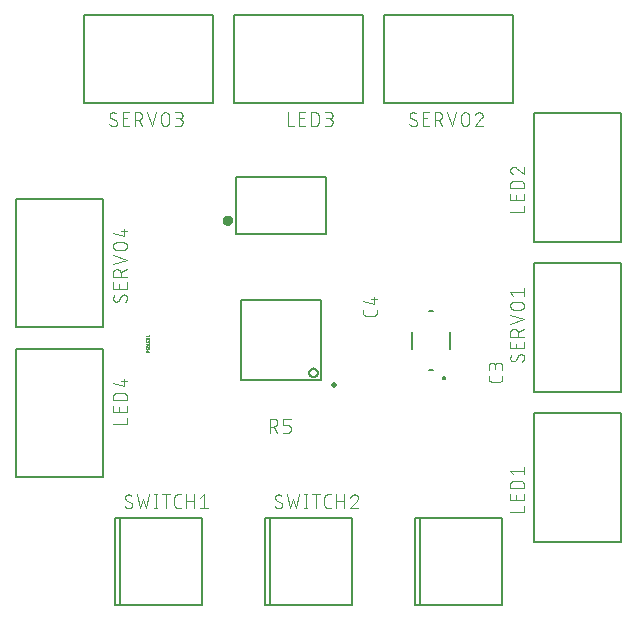
<source format=gbr>
G04 EAGLE Gerber RS-274X export*
G75*
%MOMM*%
%FSLAX34Y34*%
%LPD*%
%INSilkscreen Top*%
%IPPOS*%
%AMOC8*
5,1,8,0,0,1.08239X$1,22.5*%
G01*
%ADD10C,0.101600*%
%ADD11C,0.127000*%
%ADD12C,0.400000*%
%ADD13C,0.025400*%
%ADD14C,0.152400*%
%ADD15C,0.508000*%
%ADD16C,0.200000*%


D10*
X428752Y224141D02*
X428752Y221544D01*
X428750Y221445D01*
X428744Y221345D01*
X428735Y221246D01*
X428722Y221148D01*
X428705Y221050D01*
X428684Y220952D01*
X428659Y220856D01*
X428631Y220761D01*
X428599Y220667D01*
X428564Y220574D01*
X428525Y220482D01*
X428482Y220392D01*
X428437Y220304D01*
X428387Y220217D01*
X428335Y220133D01*
X428279Y220050D01*
X428221Y219970D01*
X428159Y219892D01*
X428094Y219817D01*
X428026Y219744D01*
X427956Y219674D01*
X427883Y219606D01*
X427808Y219541D01*
X427730Y219479D01*
X427650Y219421D01*
X427567Y219365D01*
X427483Y219313D01*
X427396Y219263D01*
X427308Y219218D01*
X427218Y219175D01*
X427126Y219136D01*
X427033Y219101D01*
X426939Y219069D01*
X426844Y219041D01*
X426748Y219016D01*
X426650Y218995D01*
X426552Y218978D01*
X426454Y218965D01*
X426355Y218956D01*
X426255Y218950D01*
X426156Y218948D01*
X419664Y218948D01*
X419565Y218950D01*
X419465Y218956D01*
X419366Y218965D01*
X419268Y218978D01*
X419170Y218996D01*
X419072Y219016D01*
X418976Y219041D01*
X418880Y219069D01*
X418786Y219101D01*
X418693Y219136D01*
X418602Y219175D01*
X418512Y219218D01*
X418423Y219263D01*
X418337Y219313D01*
X418252Y219365D01*
X418170Y219421D01*
X418090Y219480D01*
X418012Y219541D01*
X417936Y219606D01*
X417863Y219674D01*
X417793Y219744D01*
X417725Y219817D01*
X417660Y219893D01*
X417599Y219971D01*
X417540Y220051D01*
X417484Y220133D01*
X417432Y220218D01*
X417383Y220304D01*
X417337Y220393D01*
X417294Y220483D01*
X417255Y220574D01*
X417220Y220667D01*
X417188Y220761D01*
X417160Y220857D01*
X417135Y220953D01*
X417115Y221051D01*
X417097Y221149D01*
X417084Y221247D01*
X417075Y221346D01*
X417069Y221445D01*
X417067Y221545D01*
X417068Y221544D02*
X417068Y224141D01*
X428752Y228506D02*
X428752Y231752D01*
X428750Y231865D01*
X428744Y231978D01*
X428734Y232091D01*
X428720Y232204D01*
X428703Y232316D01*
X428681Y232427D01*
X428656Y232537D01*
X428626Y232647D01*
X428593Y232755D01*
X428556Y232862D01*
X428516Y232968D01*
X428471Y233072D01*
X428423Y233175D01*
X428372Y233276D01*
X428317Y233375D01*
X428259Y233472D01*
X428197Y233567D01*
X428132Y233660D01*
X428064Y233750D01*
X427993Y233838D01*
X427918Y233924D01*
X427841Y234007D01*
X427761Y234087D01*
X427678Y234164D01*
X427592Y234239D01*
X427504Y234310D01*
X427414Y234378D01*
X427321Y234443D01*
X427226Y234505D01*
X427129Y234563D01*
X427030Y234618D01*
X426929Y234669D01*
X426826Y234717D01*
X426722Y234762D01*
X426616Y234802D01*
X426509Y234839D01*
X426401Y234872D01*
X426291Y234902D01*
X426181Y234927D01*
X426070Y234949D01*
X425958Y234966D01*
X425845Y234980D01*
X425732Y234990D01*
X425619Y234996D01*
X425506Y234998D01*
X425393Y234996D01*
X425280Y234990D01*
X425167Y234980D01*
X425054Y234966D01*
X424942Y234949D01*
X424831Y234927D01*
X424721Y234902D01*
X424611Y234872D01*
X424503Y234839D01*
X424396Y234802D01*
X424290Y234762D01*
X424186Y234717D01*
X424083Y234669D01*
X423982Y234618D01*
X423883Y234563D01*
X423786Y234505D01*
X423691Y234443D01*
X423598Y234378D01*
X423508Y234310D01*
X423420Y234239D01*
X423334Y234164D01*
X423251Y234087D01*
X423171Y234007D01*
X423094Y233924D01*
X423019Y233838D01*
X422948Y233750D01*
X422880Y233660D01*
X422815Y233567D01*
X422753Y233472D01*
X422695Y233375D01*
X422640Y233276D01*
X422589Y233175D01*
X422541Y233072D01*
X422496Y232968D01*
X422456Y232862D01*
X422419Y232755D01*
X422386Y232647D01*
X422356Y232537D01*
X422331Y232427D01*
X422309Y232316D01*
X422292Y232204D01*
X422278Y232091D01*
X422268Y231978D01*
X422262Y231865D01*
X422260Y231752D01*
X417068Y232401D02*
X417068Y228506D01*
X417068Y232401D02*
X417070Y232502D01*
X417076Y232602D01*
X417086Y232702D01*
X417099Y232802D01*
X417117Y232901D01*
X417138Y233000D01*
X417163Y233097D01*
X417192Y233194D01*
X417225Y233289D01*
X417261Y233383D01*
X417301Y233475D01*
X417344Y233566D01*
X417391Y233655D01*
X417441Y233742D01*
X417495Y233828D01*
X417552Y233911D01*
X417612Y233991D01*
X417675Y234070D01*
X417742Y234146D01*
X417811Y234219D01*
X417883Y234289D01*
X417957Y234357D01*
X418034Y234422D01*
X418114Y234483D01*
X418196Y234542D01*
X418280Y234597D01*
X418366Y234649D01*
X418454Y234698D01*
X418544Y234743D01*
X418636Y234785D01*
X418729Y234823D01*
X418824Y234857D01*
X418919Y234888D01*
X419016Y234915D01*
X419114Y234938D01*
X419213Y234958D01*
X419313Y234973D01*
X419413Y234985D01*
X419513Y234993D01*
X419614Y234997D01*
X419714Y234997D01*
X419815Y234993D01*
X419915Y234985D01*
X420015Y234973D01*
X420115Y234958D01*
X420214Y234938D01*
X420312Y234915D01*
X420409Y234888D01*
X420504Y234857D01*
X420599Y234823D01*
X420692Y234785D01*
X420784Y234743D01*
X420874Y234698D01*
X420962Y234649D01*
X421048Y234597D01*
X421132Y234542D01*
X421214Y234483D01*
X421294Y234422D01*
X421371Y234357D01*
X421445Y234289D01*
X421517Y234219D01*
X421586Y234146D01*
X421653Y234070D01*
X421716Y233991D01*
X421776Y233911D01*
X421833Y233828D01*
X421887Y233742D01*
X421937Y233655D01*
X421984Y233566D01*
X422027Y233475D01*
X422067Y233383D01*
X422103Y233289D01*
X422136Y233194D01*
X422165Y233097D01*
X422190Y233000D01*
X422211Y232901D01*
X422229Y232802D01*
X422242Y232702D01*
X422252Y232602D01*
X422258Y232502D01*
X422260Y232401D01*
X422261Y232401D02*
X422261Y229804D01*
X322252Y277369D02*
X322252Y279966D01*
X322252Y277369D02*
X322250Y277270D01*
X322244Y277170D01*
X322235Y277071D01*
X322222Y276973D01*
X322205Y276875D01*
X322184Y276777D01*
X322159Y276681D01*
X322131Y276586D01*
X322099Y276492D01*
X322064Y276399D01*
X322025Y276307D01*
X321982Y276217D01*
X321937Y276129D01*
X321887Y276042D01*
X321835Y275958D01*
X321779Y275875D01*
X321721Y275795D01*
X321659Y275717D01*
X321594Y275642D01*
X321526Y275569D01*
X321456Y275499D01*
X321383Y275431D01*
X321308Y275366D01*
X321230Y275304D01*
X321150Y275246D01*
X321067Y275190D01*
X320983Y275138D01*
X320896Y275088D01*
X320808Y275043D01*
X320718Y275000D01*
X320626Y274961D01*
X320533Y274926D01*
X320439Y274894D01*
X320344Y274866D01*
X320248Y274841D01*
X320150Y274820D01*
X320052Y274803D01*
X319954Y274790D01*
X319855Y274781D01*
X319755Y274775D01*
X319656Y274773D01*
X313164Y274773D01*
X313164Y274772D02*
X313065Y274774D01*
X312965Y274780D01*
X312866Y274789D01*
X312768Y274802D01*
X312670Y274820D01*
X312572Y274840D01*
X312476Y274865D01*
X312380Y274893D01*
X312286Y274925D01*
X312193Y274960D01*
X312102Y274999D01*
X312012Y275042D01*
X311923Y275087D01*
X311837Y275137D01*
X311752Y275189D01*
X311670Y275245D01*
X311590Y275304D01*
X311512Y275365D01*
X311436Y275430D01*
X311363Y275498D01*
X311293Y275568D01*
X311225Y275641D01*
X311160Y275717D01*
X311099Y275795D01*
X311040Y275875D01*
X310984Y275957D01*
X310932Y276042D01*
X310883Y276128D01*
X310837Y276217D01*
X310794Y276307D01*
X310755Y276398D01*
X310720Y276491D01*
X310688Y276585D01*
X310660Y276681D01*
X310635Y276777D01*
X310615Y276875D01*
X310597Y276973D01*
X310584Y277071D01*
X310575Y277170D01*
X310569Y277269D01*
X310567Y277369D01*
X310568Y277369D02*
X310568Y279966D01*
X310568Y286927D02*
X319656Y284331D01*
X319656Y290822D01*
X317059Y288875D02*
X322252Y288875D01*
D11*
X279400Y344150D02*
X203200Y344150D01*
X279400Y344150D02*
X279400Y392450D01*
X203200Y392450D01*
X203200Y344150D01*
D12*
X193900Y355600D02*
X193902Y355689D01*
X193908Y355778D01*
X193918Y355867D01*
X193932Y355955D01*
X193949Y356042D01*
X193971Y356128D01*
X193997Y356214D01*
X194026Y356298D01*
X194059Y356381D01*
X194095Y356462D01*
X194136Y356542D01*
X194179Y356619D01*
X194226Y356695D01*
X194277Y356768D01*
X194330Y356839D01*
X194387Y356908D01*
X194447Y356974D01*
X194510Y357038D01*
X194575Y357098D01*
X194643Y357156D01*
X194714Y357210D01*
X194787Y357261D01*
X194862Y357309D01*
X194939Y357354D01*
X195018Y357395D01*
X195099Y357432D01*
X195181Y357466D01*
X195265Y357497D01*
X195350Y357523D01*
X195436Y357546D01*
X195523Y357564D01*
X195611Y357579D01*
X195700Y357590D01*
X195789Y357597D01*
X195878Y357600D01*
X195967Y357599D01*
X196056Y357594D01*
X196144Y357585D01*
X196233Y357572D01*
X196320Y357555D01*
X196407Y357535D01*
X196493Y357510D01*
X196577Y357482D01*
X196660Y357450D01*
X196742Y357414D01*
X196822Y357375D01*
X196900Y357332D01*
X196976Y357286D01*
X197050Y357236D01*
X197122Y357183D01*
X197191Y357127D01*
X197258Y357068D01*
X197322Y357006D01*
X197383Y356942D01*
X197442Y356874D01*
X197497Y356804D01*
X197549Y356732D01*
X197598Y356657D01*
X197643Y356581D01*
X197685Y356502D01*
X197723Y356422D01*
X197758Y356340D01*
X197789Y356256D01*
X197817Y356171D01*
X197840Y356085D01*
X197860Y355998D01*
X197876Y355911D01*
X197888Y355822D01*
X197896Y355734D01*
X197900Y355645D01*
X197900Y355555D01*
X197896Y355466D01*
X197888Y355378D01*
X197876Y355289D01*
X197860Y355202D01*
X197840Y355115D01*
X197817Y355029D01*
X197789Y354944D01*
X197758Y354860D01*
X197723Y354778D01*
X197685Y354698D01*
X197643Y354619D01*
X197598Y354543D01*
X197549Y354468D01*
X197497Y354396D01*
X197442Y354326D01*
X197383Y354258D01*
X197322Y354194D01*
X197258Y354132D01*
X197191Y354073D01*
X197122Y354017D01*
X197050Y353964D01*
X196976Y353914D01*
X196900Y353868D01*
X196822Y353825D01*
X196742Y353786D01*
X196660Y353750D01*
X196577Y353718D01*
X196493Y353690D01*
X196407Y353665D01*
X196320Y353645D01*
X196233Y353628D01*
X196144Y353615D01*
X196056Y353606D01*
X195967Y353601D01*
X195878Y353600D01*
X195789Y353603D01*
X195700Y353610D01*
X195611Y353621D01*
X195523Y353636D01*
X195436Y353654D01*
X195350Y353677D01*
X195265Y353703D01*
X195181Y353734D01*
X195099Y353768D01*
X195018Y353805D01*
X194939Y353846D01*
X194862Y353891D01*
X194787Y353939D01*
X194714Y353990D01*
X194643Y354044D01*
X194575Y354102D01*
X194510Y354162D01*
X194447Y354226D01*
X194387Y354292D01*
X194330Y354361D01*
X194277Y354432D01*
X194226Y354505D01*
X194179Y354581D01*
X194136Y354658D01*
X194095Y354738D01*
X194059Y354819D01*
X194026Y354902D01*
X193997Y354986D01*
X193971Y355072D01*
X193949Y355158D01*
X193932Y355245D01*
X193918Y355333D01*
X193908Y355422D01*
X193902Y355511D01*
X193900Y355600D01*
D11*
X358700Y103500D02*
X428700Y103500D01*
X358700Y103500D02*
X354700Y103500D01*
X354700Y29500D01*
X358700Y29500D01*
X428700Y29500D01*
X428700Y103500D01*
X358700Y103500D02*
X358700Y29500D01*
X455300Y83200D02*
X455300Y192200D01*
X455300Y83200D02*
X529300Y83200D01*
X529300Y192200D01*
X455300Y192200D01*
D10*
X447023Y108788D02*
X435339Y108788D01*
X447023Y108788D02*
X447023Y113981D01*
X447023Y118694D02*
X447023Y123887D01*
X447023Y118694D02*
X435339Y118694D01*
X435339Y123887D01*
X440532Y122589D02*
X440532Y118694D01*
X435339Y128577D02*
X447023Y128577D01*
X435339Y128577D02*
X435339Y131823D01*
X435341Y131936D01*
X435347Y132049D01*
X435357Y132162D01*
X435371Y132275D01*
X435388Y132387D01*
X435410Y132498D01*
X435435Y132608D01*
X435465Y132718D01*
X435498Y132826D01*
X435535Y132933D01*
X435575Y133039D01*
X435620Y133143D01*
X435668Y133246D01*
X435719Y133347D01*
X435774Y133446D01*
X435832Y133543D01*
X435894Y133638D01*
X435959Y133731D01*
X436027Y133821D01*
X436098Y133909D01*
X436173Y133995D01*
X436250Y134078D01*
X436330Y134158D01*
X436413Y134235D01*
X436499Y134310D01*
X436587Y134381D01*
X436677Y134449D01*
X436770Y134514D01*
X436865Y134576D01*
X436962Y134634D01*
X437061Y134689D01*
X437162Y134740D01*
X437265Y134788D01*
X437369Y134833D01*
X437475Y134873D01*
X437582Y134910D01*
X437690Y134943D01*
X437800Y134973D01*
X437910Y134998D01*
X438021Y135020D01*
X438133Y135037D01*
X438246Y135051D01*
X438359Y135061D01*
X438472Y135067D01*
X438585Y135069D01*
X443777Y135069D01*
X443890Y135067D01*
X444003Y135061D01*
X444116Y135051D01*
X444229Y135037D01*
X444341Y135020D01*
X444452Y134998D01*
X444562Y134973D01*
X444672Y134943D01*
X444780Y134910D01*
X444887Y134873D01*
X444993Y134833D01*
X445097Y134788D01*
X445200Y134740D01*
X445301Y134689D01*
X445400Y134634D01*
X445497Y134576D01*
X445592Y134514D01*
X445685Y134449D01*
X445775Y134381D01*
X445863Y134310D01*
X445949Y134235D01*
X446032Y134158D01*
X446112Y134078D01*
X446189Y133995D01*
X446264Y133909D01*
X446335Y133821D01*
X446403Y133731D01*
X446468Y133638D01*
X446530Y133543D01*
X446588Y133446D01*
X446643Y133347D01*
X446694Y133246D01*
X446742Y133143D01*
X446787Y133039D01*
X446827Y132933D01*
X446864Y132826D01*
X446897Y132718D01*
X446927Y132608D01*
X446952Y132498D01*
X446974Y132387D01*
X446991Y132275D01*
X447005Y132162D01*
X447015Y132049D01*
X447021Y131936D01*
X447023Y131823D01*
X447023Y128577D01*
X437935Y140388D02*
X435339Y143634D01*
X447023Y143634D01*
X447023Y146879D02*
X447023Y140388D01*
D11*
X455300Y337200D02*
X455300Y446200D01*
X455300Y337200D02*
X529300Y337200D01*
X529300Y446200D01*
X455300Y446200D01*
D10*
X447023Y362788D02*
X435339Y362788D01*
X447023Y362788D02*
X447023Y367981D01*
X447023Y372694D02*
X447023Y377887D01*
X447023Y372694D02*
X435339Y372694D01*
X435339Y377887D01*
X440532Y376589D02*
X440532Y372694D01*
X435339Y382577D02*
X447023Y382577D01*
X435339Y382577D02*
X435339Y385823D01*
X435341Y385936D01*
X435347Y386049D01*
X435357Y386162D01*
X435371Y386275D01*
X435388Y386387D01*
X435410Y386498D01*
X435435Y386608D01*
X435465Y386718D01*
X435498Y386826D01*
X435535Y386933D01*
X435575Y387039D01*
X435620Y387143D01*
X435668Y387246D01*
X435719Y387347D01*
X435774Y387446D01*
X435832Y387543D01*
X435894Y387638D01*
X435959Y387731D01*
X436027Y387821D01*
X436098Y387909D01*
X436173Y387995D01*
X436250Y388078D01*
X436330Y388158D01*
X436413Y388235D01*
X436499Y388310D01*
X436587Y388381D01*
X436677Y388449D01*
X436770Y388514D01*
X436865Y388576D01*
X436962Y388634D01*
X437061Y388689D01*
X437162Y388740D01*
X437265Y388788D01*
X437369Y388833D01*
X437475Y388873D01*
X437582Y388910D01*
X437690Y388943D01*
X437800Y388973D01*
X437910Y388998D01*
X438021Y389020D01*
X438133Y389037D01*
X438246Y389051D01*
X438359Y389061D01*
X438472Y389067D01*
X438585Y389069D01*
X443777Y389069D01*
X443890Y389067D01*
X444003Y389061D01*
X444116Y389051D01*
X444229Y389037D01*
X444341Y389020D01*
X444452Y388998D01*
X444562Y388973D01*
X444672Y388943D01*
X444780Y388910D01*
X444887Y388873D01*
X444993Y388833D01*
X445097Y388788D01*
X445200Y388740D01*
X445301Y388689D01*
X445400Y388634D01*
X445497Y388576D01*
X445592Y388514D01*
X445685Y388449D01*
X445775Y388381D01*
X445863Y388310D01*
X445949Y388235D01*
X446032Y388158D01*
X446112Y388078D01*
X446189Y387995D01*
X446264Y387909D01*
X446335Y387821D01*
X446403Y387731D01*
X446468Y387638D01*
X446530Y387543D01*
X446588Y387446D01*
X446643Y387347D01*
X446694Y387246D01*
X446742Y387143D01*
X446787Y387039D01*
X446827Y386933D01*
X446864Y386826D01*
X446897Y386718D01*
X446927Y386608D01*
X446952Y386498D01*
X446974Y386387D01*
X446991Y386275D01*
X447005Y386162D01*
X447015Y386049D01*
X447021Y385936D01*
X447023Y385823D01*
X447023Y382577D01*
X435339Y397958D02*
X435341Y398065D01*
X435347Y398171D01*
X435357Y398277D01*
X435370Y398383D01*
X435388Y398489D01*
X435409Y398593D01*
X435434Y398697D01*
X435463Y398800D01*
X435495Y398901D01*
X435532Y399001D01*
X435572Y399100D01*
X435615Y399198D01*
X435662Y399294D01*
X435713Y399388D01*
X435767Y399480D01*
X435824Y399570D01*
X435884Y399658D01*
X435948Y399743D01*
X436015Y399826D01*
X436085Y399907D01*
X436157Y399985D01*
X436233Y400061D01*
X436311Y400133D01*
X436392Y400203D01*
X436475Y400270D01*
X436560Y400334D01*
X436648Y400394D01*
X436738Y400451D01*
X436830Y400505D01*
X436924Y400556D01*
X437020Y400603D01*
X437118Y400646D01*
X437217Y400686D01*
X437317Y400723D01*
X437418Y400755D01*
X437521Y400784D01*
X437625Y400809D01*
X437729Y400830D01*
X437835Y400848D01*
X437941Y400861D01*
X438047Y400871D01*
X438153Y400877D01*
X438260Y400879D01*
X435339Y397958D02*
X435341Y397837D01*
X435347Y397716D01*
X435357Y397596D01*
X435370Y397475D01*
X435388Y397356D01*
X435409Y397236D01*
X435434Y397118D01*
X435463Y397001D01*
X435496Y396884D01*
X435532Y396769D01*
X435573Y396655D01*
X435616Y396542D01*
X435664Y396430D01*
X435715Y396321D01*
X435770Y396213D01*
X435828Y396106D01*
X435889Y396002D01*
X435954Y395900D01*
X436022Y395800D01*
X436093Y395702D01*
X436167Y395606D01*
X436244Y395513D01*
X436325Y395423D01*
X436408Y395335D01*
X436494Y395250D01*
X436583Y395167D01*
X436674Y395088D01*
X436768Y395011D01*
X436864Y394938D01*
X436962Y394868D01*
X437063Y394801D01*
X437166Y394737D01*
X437271Y394677D01*
X437378Y394619D01*
X437486Y394566D01*
X437596Y394516D01*
X437708Y394470D01*
X437821Y394427D01*
X437936Y394388D01*
X440532Y399905D02*
X440454Y399984D01*
X440374Y400060D01*
X440291Y400133D01*
X440205Y400203D01*
X440118Y400270D01*
X440027Y400334D01*
X439935Y400394D01*
X439841Y400452D01*
X439744Y400506D01*
X439646Y400556D01*
X439546Y400603D01*
X439445Y400647D01*
X439342Y400687D01*
X439237Y400723D01*
X439132Y400755D01*
X439025Y400784D01*
X438918Y400809D01*
X438809Y400831D01*
X438700Y400848D01*
X438591Y400862D01*
X438481Y400871D01*
X438370Y400877D01*
X438260Y400879D01*
X440532Y399906D02*
X447023Y394388D01*
X447023Y400879D01*
D11*
X310500Y455300D02*
X201500Y455300D01*
X310500Y455300D02*
X310500Y529300D01*
X201500Y529300D01*
X201500Y455300D01*
D10*
X246821Y447023D02*
X246821Y435339D01*
X252013Y435339D01*
X256727Y435339D02*
X261919Y435339D01*
X256727Y435339D02*
X256727Y447023D01*
X261919Y447023D01*
X260621Y441830D02*
X256727Y441830D01*
X266610Y447023D02*
X266610Y435339D01*
X266610Y447023D02*
X269855Y447023D01*
X269968Y447021D01*
X270081Y447015D01*
X270194Y447005D01*
X270307Y446991D01*
X270419Y446974D01*
X270530Y446952D01*
X270640Y446927D01*
X270750Y446897D01*
X270858Y446864D01*
X270965Y446827D01*
X271071Y446787D01*
X271175Y446742D01*
X271278Y446694D01*
X271379Y446643D01*
X271478Y446588D01*
X271575Y446530D01*
X271670Y446468D01*
X271763Y446403D01*
X271853Y446335D01*
X271941Y446264D01*
X272027Y446189D01*
X272110Y446112D01*
X272190Y446032D01*
X272267Y445949D01*
X272342Y445863D01*
X272413Y445775D01*
X272481Y445685D01*
X272546Y445592D01*
X272608Y445497D01*
X272666Y445400D01*
X272721Y445301D01*
X272772Y445200D01*
X272820Y445097D01*
X272865Y444993D01*
X272905Y444887D01*
X272942Y444780D01*
X272975Y444672D01*
X273005Y444562D01*
X273030Y444452D01*
X273052Y444341D01*
X273069Y444229D01*
X273083Y444116D01*
X273093Y444003D01*
X273099Y443890D01*
X273101Y443777D01*
X273101Y438585D01*
X273102Y438585D02*
X273100Y438472D01*
X273094Y438359D01*
X273084Y438246D01*
X273070Y438133D01*
X273053Y438021D01*
X273031Y437910D01*
X273006Y437800D01*
X272976Y437690D01*
X272943Y437582D01*
X272906Y437475D01*
X272866Y437369D01*
X272821Y437265D01*
X272773Y437162D01*
X272722Y437061D01*
X272667Y436962D01*
X272609Y436865D01*
X272547Y436770D01*
X272482Y436677D01*
X272414Y436587D01*
X272343Y436499D01*
X272268Y436413D01*
X272191Y436330D01*
X272111Y436250D01*
X272028Y436173D01*
X271942Y436098D01*
X271854Y436027D01*
X271764Y435959D01*
X271671Y435894D01*
X271576Y435832D01*
X271479Y435774D01*
X271380Y435719D01*
X271279Y435668D01*
X271176Y435620D01*
X271072Y435575D01*
X270966Y435535D01*
X270859Y435498D01*
X270751Y435465D01*
X270641Y435435D01*
X270531Y435410D01*
X270420Y435388D01*
X270308Y435371D01*
X270195Y435357D01*
X270082Y435347D01*
X269969Y435341D01*
X269856Y435339D01*
X269855Y435339D02*
X266610Y435339D01*
X278421Y435339D02*
X281666Y435339D01*
X281779Y435341D01*
X281892Y435347D01*
X282005Y435357D01*
X282118Y435371D01*
X282230Y435388D01*
X282341Y435410D01*
X282451Y435435D01*
X282561Y435465D01*
X282669Y435498D01*
X282776Y435535D01*
X282882Y435575D01*
X282986Y435620D01*
X283089Y435668D01*
X283190Y435719D01*
X283289Y435774D01*
X283386Y435832D01*
X283481Y435894D01*
X283574Y435959D01*
X283664Y436027D01*
X283752Y436098D01*
X283838Y436173D01*
X283921Y436250D01*
X284001Y436330D01*
X284078Y436413D01*
X284153Y436499D01*
X284224Y436587D01*
X284292Y436677D01*
X284357Y436770D01*
X284419Y436865D01*
X284477Y436962D01*
X284532Y437061D01*
X284583Y437162D01*
X284631Y437265D01*
X284676Y437369D01*
X284716Y437475D01*
X284753Y437582D01*
X284786Y437690D01*
X284816Y437800D01*
X284841Y437910D01*
X284863Y438021D01*
X284880Y438133D01*
X284894Y438246D01*
X284904Y438359D01*
X284910Y438472D01*
X284912Y438585D01*
X284910Y438698D01*
X284904Y438811D01*
X284894Y438924D01*
X284880Y439037D01*
X284863Y439149D01*
X284841Y439260D01*
X284816Y439370D01*
X284786Y439480D01*
X284753Y439588D01*
X284716Y439695D01*
X284676Y439801D01*
X284631Y439905D01*
X284583Y440008D01*
X284532Y440109D01*
X284477Y440208D01*
X284419Y440305D01*
X284357Y440400D01*
X284292Y440493D01*
X284224Y440583D01*
X284153Y440671D01*
X284078Y440757D01*
X284001Y440840D01*
X283921Y440920D01*
X283838Y440997D01*
X283752Y441072D01*
X283664Y441143D01*
X283574Y441211D01*
X283481Y441276D01*
X283386Y441338D01*
X283289Y441396D01*
X283190Y441451D01*
X283089Y441502D01*
X282986Y441550D01*
X282882Y441595D01*
X282776Y441635D01*
X282669Y441672D01*
X282561Y441705D01*
X282451Y441735D01*
X282341Y441760D01*
X282230Y441782D01*
X282118Y441799D01*
X282005Y441813D01*
X281892Y441823D01*
X281779Y441829D01*
X281666Y441831D01*
X282316Y447023D02*
X278421Y447023D01*
X282316Y447023D02*
X282417Y447021D01*
X282517Y447015D01*
X282617Y447005D01*
X282717Y446992D01*
X282816Y446974D01*
X282915Y446953D01*
X283012Y446928D01*
X283109Y446899D01*
X283204Y446866D01*
X283298Y446830D01*
X283390Y446790D01*
X283481Y446747D01*
X283570Y446700D01*
X283657Y446650D01*
X283743Y446596D01*
X283826Y446539D01*
X283906Y446479D01*
X283985Y446416D01*
X284061Y446349D01*
X284134Y446280D01*
X284204Y446208D01*
X284272Y446134D01*
X284337Y446057D01*
X284398Y445977D01*
X284457Y445895D01*
X284512Y445811D01*
X284564Y445725D01*
X284613Y445637D01*
X284658Y445547D01*
X284700Y445455D01*
X284738Y445362D01*
X284772Y445267D01*
X284803Y445172D01*
X284830Y445075D01*
X284853Y444977D01*
X284873Y444878D01*
X284888Y444778D01*
X284900Y444678D01*
X284908Y444578D01*
X284912Y444477D01*
X284912Y444377D01*
X284908Y444276D01*
X284900Y444176D01*
X284888Y444076D01*
X284873Y443976D01*
X284853Y443877D01*
X284830Y443779D01*
X284803Y443682D01*
X284772Y443587D01*
X284738Y443492D01*
X284700Y443399D01*
X284658Y443307D01*
X284613Y443217D01*
X284564Y443129D01*
X284512Y443043D01*
X284457Y442959D01*
X284398Y442877D01*
X284337Y442797D01*
X284272Y442720D01*
X284204Y442646D01*
X284134Y442574D01*
X284061Y442505D01*
X283985Y442438D01*
X283906Y442375D01*
X283826Y442315D01*
X283743Y442258D01*
X283657Y442204D01*
X283570Y442154D01*
X283481Y442107D01*
X283390Y442064D01*
X283298Y442024D01*
X283204Y441988D01*
X283109Y441955D01*
X283012Y441926D01*
X282915Y441901D01*
X282816Y441880D01*
X282717Y441862D01*
X282617Y441849D01*
X282517Y441839D01*
X282417Y441833D01*
X282316Y441831D01*
X282316Y441830D02*
X279719Y441830D01*
D11*
X90800Y247000D02*
X90800Y138000D01*
X90800Y247000D02*
X16800Y247000D01*
X16800Y138000D01*
X90800Y138000D01*
D10*
X99077Y183321D02*
X110761Y183321D01*
X110761Y188513D01*
X110761Y193227D02*
X110761Y198419D01*
X110761Y193227D02*
X99077Y193227D01*
X99077Y198419D01*
X104270Y197121D02*
X104270Y193227D01*
X99077Y203110D02*
X110761Y203110D01*
X99077Y203110D02*
X99077Y206355D01*
X99079Y206468D01*
X99085Y206581D01*
X99095Y206694D01*
X99109Y206807D01*
X99126Y206919D01*
X99148Y207030D01*
X99173Y207140D01*
X99203Y207250D01*
X99236Y207358D01*
X99273Y207465D01*
X99313Y207571D01*
X99358Y207675D01*
X99406Y207778D01*
X99457Y207879D01*
X99512Y207978D01*
X99570Y208075D01*
X99632Y208170D01*
X99697Y208263D01*
X99765Y208353D01*
X99836Y208441D01*
X99911Y208527D01*
X99988Y208610D01*
X100068Y208690D01*
X100151Y208767D01*
X100237Y208842D01*
X100325Y208913D01*
X100415Y208981D01*
X100508Y209046D01*
X100603Y209108D01*
X100700Y209166D01*
X100799Y209221D01*
X100900Y209272D01*
X101003Y209320D01*
X101107Y209365D01*
X101213Y209405D01*
X101320Y209442D01*
X101428Y209475D01*
X101538Y209505D01*
X101648Y209530D01*
X101759Y209552D01*
X101871Y209569D01*
X101984Y209583D01*
X102097Y209593D01*
X102210Y209599D01*
X102323Y209601D01*
X107515Y209601D01*
X107515Y209602D02*
X107628Y209600D01*
X107741Y209594D01*
X107854Y209584D01*
X107967Y209570D01*
X108079Y209553D01*
X108190Y209531D01*
X108300Y209506D01*
X108410Y209476D01*
X108518Y209443D01*
X108625Y209406D01*
X108731Y209366D01*
X108835Y209321D01*
X108938Y209273D01*
X109039Y209222D01*
X109138Y209167D01*
X109235Y209109D01*
X109330Y209047D01*
X109423Y208982D01*
X109513Y208914D01*
X109601Y208843D01*
X109687Y208768D01*
X109770Y208691D01*
X109850Y208611D01*
X109927Y208528D01*
X110002Y208442D01*
X110073Y208354D01*
X110141Y208264D01*
X110206Y208171D01*
X110268Y208076D01*
X110326Y207979D01*
X110381Y207880D01*
X110432Y207779D01*
X110480Y207676D01*
X110525Y207572D01*
X110565Y207466D01*
X110602Y207359D01*
X110635Y207251D01*
X110665Y207141D01*
X110690Y207031D01*
X110712Y206920D01*
X110729Y206808D01*
X110743Y206695D01*
X110753Y206582D01*
X110759Y206469D01*
X110761Y206356D01*
X110761Y206355D02*
X110761Y203110D01*
X108165Y214921D02*
X99077Y217517D01*
X108165Y214921D02*
X108165Y221412D01*
X105568Y219465D02*
X110761Y219465D01*
X231648Y187452D02*
X231648Y175768D01*
X231648Y187452D02*
X234894Y187452D01*
X235007Y187450D01*
X235120Y187444D01*
X235233Y187434D01*
X235346Y187420D01*
X235458Y187403D01*
X235569Y187381D01*
X235679Y187356D01*
X235789Y187326D01*
X235897Y187293D01*
X236004Y187256D01*
X236110Y187216D01*
X236214Y187171D01*
X236317Y187123D01*
X236418Y187072D01*
X236517Y187017D01*
X236614Y186959D01*
X236709Y186897D01*
X236802Y186832D01*
X236892Y186764D01*
X236980Y186693D01*
X237066Y186618D01*
X237149Y186541D01*
X237229Y186461D01*
X237306Y186378D01*
X237381Y186292D01*
X237452Y186204D01*
X237520Y186114D01*
X237585Y186021D01*
X237647Y185926D01*
X237705Y185829D01*
X237760Y185730D01*
X237811Y185629D01*
X237859Y185526D01*
X237904Y185422D01*
X237944Y185316D01*
X237981Y185209D01*
X238014Y185101D01*
X238044Y184991D01*
X238069Y184881D01*
X238091Y184770D01*
X238108Y184658D01*
X238122Y184545D01*
X238132Y184432D01*
X238138Y184319D01*
X238140Y184206D01*
X238138Y184093D01*
X238132Y183980D01*
X238122Y183867D01*
X238108Y183754D01*
X238091Y183642D01*
X238069Y183531D01*
X238044Y183421D01*
X238014Y183311D01*
X237981Y183203D01*
X237944Y183096D01*
X237904Y182990D01*
X237859Y182886D01*
X237811Y182783D01*
X237760Y182682D01*
X237705Y182583D01*
X237647Y182486D01*
X237585Y182391D01*
X237520Y182298D01*
X237452Y182208D01*
X237381Y182120D01*
X237306Y182034D01*
X237229Y181951D01*
X237149Y181871D01*
X237066Y181794D01*
X236980Y181719D01*
X236892Y181648D01*
X236802Y181580D01*
X236709Y181515D01*
X236614Y181453D01*
X236517Y181395D01*
X236418Y181340D01*
X236317Y181289D01*
X236214Y181241D01*
X236110Y181196D01*
X236004Y181156D01*
X235897Y181119D01*
X235789Y181086D01*
X235679Y181056D01*
X235569Y181031D01*
X235458Y181009D01*
X235346Y180992D01*
X235233Y180978D01*
X235120Y180968D01*
X235007Y180962D01*
X234894Y180960D01*
X234894Y180961D02*
X231648Y180961D01*
X235543Y180961D02*
X238139Y175768D01*
X243004Y175768D02*
X246899Y175768D01*
X246998Y175770D01*
X247098Y175776D01*
X247197Y175785D01*
X247295Y175798D01*
X247393Y175815D01*
X247491Y175836D01*
X247587Y175861D01*
X247682Y175889D01*
X247776Y175921D01*
X247869Y175956D01*
X247961Y175995D01*
X248051Y176038D01*
X248139Y176083D01*
X248226Y176133D01*
X248310Y176185D01*
X248393Y176241D01*
X248473Y176299D01*
X248551Y176361D01*
X248626Y176426D01*
X248699Y176494D01*
X248769Y176564D01*
X248837Y176637D01*
X248902Y176712D01*
X248964Y176790D01*
X249022Y176870D01*
X249078Y176953D01*
X249130Y177037D01*
X249180Y177124D01*
X249225Y177212D01*
X249268Y177302D01*
X249307Y177394D01*
X249342Y177487D01*
X249374Y177581D01*
X249402Y177676D01*
X249427Y177772D01*
X249448Y177870D01*
X249465Y177968D01*
X249478Y178066D01*
X249487Y178165D01*
X249493Y178265D01*
X249495Y178364D01*
X249495Y179663D01*
X249493Y179762D01*
X249487Y179862D01*
X249478Y179961D01*
X249465Y180059D01*
X249448Y180157D01*
X249427Y180255D01*
X249402Y180351D01*
X249374Y180446D01*
X249342Y180540D01*
X249307Y180633D01*
X249268Y180725D01*
X249225Y180815D01*
X249180Y180903D01*
X249130Y180990D01*
X249078Y181074D01*
X249022Y181157D01*
X248964Y181237D01*
X248902Y181315D01*
X248837Y181390D01*
X248769Y181463D01*
X248699Y181533D01*
X248626Y181601D01*
X248551Y181666D01*
X248473Y181728D01*
X248393Y181786D01*
X248310Y181842D01*
X248226Y181894D01*
X248139Y181944D01*
X248051Y181989D01*
X247961Y182032D01*
X247869Y182071D01*
X247776Y182106D01*
X247682Y182138D01*
X247587Y182166D01*
X247491Y182191D01*
X247393Y182212D01*
X247295Y182229D01*
X247197Y182242D01*
X247098Y182251D01*
X246998Y182257D01*
X246899Y182259D01*
X243004Y182259D01*
X243004Y187452D01*
X249495Y187452D01*
D13*
X129548Y244102D02*
X127256Y244102D01*
X127256Y244739D01*
X127255Y244739D02*
X127257Y244788D01*
X127262Y244836D01*
X127272Y244884D01*
X127285Y244931D01*
X127301Y244977D01*
X127321Y245022D01*
X127344Y245065D01*
X127371Y245105D01*
X127401Y245144D01*
X127433Y245181D01*
X127468Y245215D01*
X127506Y245246D01*
X127546Y245274D01*
X127588Y245299D01*
X127631Y245320D01*
X127677Y245339D01*
X127723Y245353D01*
X127771Y245364D01*
X127819Y245372D01*
X127868Y245376D01*
X127916Y245376D01*
X127965Y245372D01*
X128013Y245364D01*
X128061Y245353D01*
X128107Y245339D01*
X128153Y245320D01*
X128196Y245299D01*
X128238Y245274D01*
X128278Y245246D01*
X128316Y245215D01*
X128351Y245181D01*
X128383Y245144D01*
X128413Y245105D01*
X128440Y245065D01*
X128463Y245022D01*
X128483Y244977D01*
X128499Y244931D01*
X128512Y244884D01*
X128522Y244836D01*
X128527Y244788D01*
X128529Y244739D01*
X128529Y244102D01*
X128529Y244866D02*
X129548Y245376D01*
X129548Y246459D02*
X129548Y247477D01*
X129548Y246459D02*
X127256Y246459D01*
X127256Y247477D01*
X128274Y247223D02*
X128274Y246459D01*
X127256Y248440D02*
X129548Y248440D01*
X127256Y248440D02*
X127256Y249076D01*
X127255Y249076D02*
X127257Y249124D01*
X127262Y249171D01*
X127271Y249218D01*
X127283Y249264D01*
X127299Y249309D01*
X127318Y249352D01*
X127340Y249395D01*
X127366Y249435D01*
X127394Y249473D01*
X127425Y249509D01*
X127459Y249543D01*
X127495Y249574D01*
X127533Y249602D01*
X127574Y249628D01*
X127616Y249650D01*
X127659Y249669D01*
X127704Y249685D01*
X127750Y249697D01*
X127797Y249706D01*
X127844Y249711D01*
X127892Y249713D01*
X128911Y249713D01*
X128959Y249711D01*
X129006Y249706D01*
X129053Y249697D01*
X129099Y249685D01*
X129144Y249669D01*
X129187Y249650D01*
X129230Y249628D01*
X129270Y249602D01*
X129308Y249574D01*
X129344Y249543D01*
X129378Y249509D01*
X129409Y249473D01*
X129437Y249435D01*
X129463Y249395D01*
X129485Y249352D01*
X129504Y249309D01*
X129520Y249264D01*
X129532Y249218D01*
X129541Y249171D01*
X129546Y249124D01*
X129548Y249076D01*
X129548Y248440D01*
X129548Y250889D02*
X127256Y250889D01*
X129548Y250889D02*
X129548Y251908D01*
X129548Y252875D02*
X129548Y253894D01*
X129548Y252875D02*
X127256Y252875D01*
X127256Y253894D01*
X128274Y253639D02*
X128274Y252875D01*
X127256Y254856D02*
X129548Y254856D01*
X127256Y254856D02*
X127256Y255493D01*
X127255Y255493D02*
X127257Y255541D01*
X127262Y255588D01*
X127271Y255635D01*
X127283Y255681D01*
X127299Y255726D01*
X127318Y255769D01*
X127340Y255812D01*
X127366Y255852D01*
X127394Y255890D01*
X127425Y255926D01*
X127459Y255960D01*
X127495Y255991D01*
X127533Y256019D01*
X127574Y256045D01*
X127616Y256067D01*
X127659Y256086D01*
X127704Y256102D01*
X127750Y256114D01*
X127797Y256123D01*
X127844Y256128D01*
X127892Y256130D01*
X128911Y256130D01*
X128959Y256128D01*
X129006Y256123D01*
X129053Y256114D01*
X129099Y256102D01*
X129144Y256086D01*
X129187Y256067D01*
X129230Y256045D01*
X129270Y256019D01*
X129308Y255991D01*
X129344Y255960D01*
X129378Y255926D01*
X129409Y255890D01*
X129437Y255852D01*
X129463Y255812D01*
X129485Y255769D01*
X129504Y255726D01*
X129520Y255681D01*
X129532Y255635D01*
X129541Y255588D01*
X129546Y255541D01*
X129548Y255493D01*
X129548Y254856D01*
X127765Y257224D02*
X127256Y257861D01*
X129548Y257861D01*
X129548Y257224D02*
X129548Y258498D01*
D11*
X455300Y210200D02*
X455300Y319200D01*
X455300Y210200D02*
X529300Y210200D01*
X529300Y319200D01*
X455300Y319200D01*
D10*
X444427Y242279D02*
X444526Y242277D01*
X444626Y242271D01*
X444725Y242262D01*
X444823Y242249D01*
X444921Y242232D01*
X445019Y242211D01*
X445115Y242186D01*
X445210Y242158D01*
X445304Y242126D01*
X445397Y242091D01*
X445489Y242052D01*
X445579Y242009D01*
X445667Y241964D01*
X445754Y241914D01*
X445838Y241862D01*
X445921Y241806D01*
X446001Y241748D01*
X446079Y241686D01*
X446154Y241621D01*
X446227Y241553D01*
X446297Y241483D01*
X446365Y241410D01*
X446430Y241335D01*
X446492Y241257D01*
X446550Y241177D01*
X446606Y241094D01*
X446658Y241010D01*
X446708Y240923D01*
X446753Y240835D01*
X446796Y240745D01*
X446835Y240653D01*
X446870Y240560D01*
X446902Y240466D01*
X446930Y240371D01*
X446955Y240275D01*
X446976Y240177D01*
X446993Y240079D01*
X447006Y239981D01*
X447015Y239882D01*
X447021Y239782D01*
X447023Y239683D01*
X447021Y239539D01*
X447015Y239394D01*
X447006Y239250D01*
X446993Y239107D01*
X446976Y238963D01*
X446955Y238820D01*
X446930Y238678D01*
X446902Y238537D01*
X446870Y238396D01*
X446834Y238256D01*
X446795Y238117D01*
X446752Y237979D01*
X446705Y237843D01*
X446655Y237707D01*
X446601Y237573D01*
X446544Y237441D01*
X446483Y237310D01*
X446419Y237181D01*
X446351Y237053D01*
X446281Y236927D01*
X446206Y236803D01*
X446129Y236682D01*
X446048Y236562D01*
X445965Y236444D01*
X445878Y236329D01*
X445788Y236216D01*
X445695Y236105D01*
X445600Y235997D01*
X445501Y235891D01*
X445400Y235788D01*
X437935Y236113D02*
X437836Y236115D01*
X437736Y236121D01*
X437637Y236130D01*
X437539Y236143D01*
X437441Y236160D01*
X437343Y236181D01*
X437247Y236206D01*
X437152Y236234D01*
X437058Y236266D01*
X436965Y236301D01*
X436873Y236340D01*
X436783Y236383D01*
X436695Y236428D01*
X436608Y236478D01*
X436524Y236530D01*
X436441Y236586D01*
X436361Y236644D01*
X436283Y236706D01*
X436208Y236771D01*
X436135Y236839D01*
X436065Y236909D01*
X435997Y236982D01*
X435932Y237057D01*
X435870Y237135D01*
X435812Y237215D01*
X435756Y237298D01*
X435704Y237382D01*
X435654Y237469D01*
X435609Y237557D01*
X435566Y237647D01*
X435527Y237739D01*
X435492Y237832D01*
X435460Y237926D01*
X435432Y238021D01*
X435407Y238117D01*
X435386Y238215D01*
X435369Y238313D01*
X435356Y238411D01*
X435347Y238510D01*
X435341Y238610D01*
X435339Y238709D01*
X435341Y238845D01*
X435347Y238981D01*
X435356Y239117D01*
X435369Y239253D01*
X435387Y239388D01*
X435407Y239522D01*
X435432Y239656D01*
X435460Y239790D01*
X435493Y239922D01*
X435528Y240053D01*
X435568Y240184D01*
X435611Y240313D01*
X435657Y240441D01*
X435708Y240567D01*
X435761Y240693D01*
X435819Y240816D01*
X435879Y240938D01*
X435943Y241058D01*
X436011Y241177D01*
X436081Y241293D01*
X436155Y241407D01*
X436232Y241520D01*
X436313Y241630D01*
X440207Y237411D02*
X440154Y237325D01*
X440097Y237241D01*
X440038Y237159D01*
X439975Y237079D01*
X439909Y237002D01*
X439841Y236927D01*
X439769Y236855D01*
X439695Y236786D01*
X439618Y236720D01*
X439539Y236657D01*
X439457Y236597D01*
X439373Y236540D01*
X439287Y236486D01*
X439199Y236436D01*
X439109Y236389D01*
X439018Y236345D01*
X438924Y236306D01*
X438830Y236269D01*
X438734Y236237D01*
X438636Y236208D01*
X438538Y236183D01*
X438439Y236162D01*
X438339Y236144D01*
X438239Y236131D01*
X438138Y236121D01*
X438036Y236115D01*
X437935Y236113D01*
X442155Y240981D02*
X442208Y241067D01*
X442265Y241151D01*
X442324Y241233D01*
X442387Y241313D01*
X442453Y241390D01*
X442521Y241465D01*
X442593Y241537D01*
X442667Y241606D01*
X442744Y241672D01*
X442823Y241735D01*
X442905Y241795D01*
X442989Y241852D01*
X443075Y241906D01*
X443163Y241956D01*
X443253Y242003D01*
X443344Y242047D01*
X443438Y242086D01*
X443532Y242123D01*
X443628Y242155D01*
X443726Y242184D01*
X443824Y242209D01*
X443923Y242230D01*
X444023Y242248D01*
X444123Y242261D01*
X444224Y242271D01*
X444326Y242277D01*
X444427Y242279D01*
X442155Y240981D02*
X440207Y237411D01*
X447023Y247241D02*
X447023Y252433D01*
X447023Y247241D02*
X435339Y247241D01*
X435339Y252433D01*
X440532Y251135D02*
X440532Y247241D01*
X435339Y257198D02*
X447023Y257198D01*
X435339Y257198D02*
X435339Y260443D01*
X435341Y260556D01*
X435347Y260669D01*
X435357Y260782D01*
X435371Y260895D01*
X435388Y261007D01*
X435410Y261118D01*
X435435Y261228D01*
X435465Y261338D01*
X435498Y261446D01*
X435535Y261553D01*
X435575Y261659D01*
X435620Y261763D01*
X435668Y261866D01*
X435719Y261967D01*
X435774Y262066D01*
X435832Y262163D01*
X435894Y262258D01*
X435959Y262351D01*
X436027Y262441D01*
X436098Y262529D01*
X436173Y262615D01*
X436250Y262698D01*
X436330Y262778D01*
X436413Y262855D01*
X436499Y262930D01*
X436587Y263001D01*
X436677Y263069D01*
X436770Y263134D01*
X436865Y263196D01*
X436962Y263254D01*
X437061Y263309D01*
X437162Y263360D01*
X437265Y263408D01*
X437369Y263453D01*
X437475Y263493D01*
X437582Y263530D01*
X437690Y263563D01*
X437800Y263593D01*
X437910Y263618D01*
X438021Y263640D01*
X438133Y263657D01*
X438246Y263671D01*
X438359Y263681D01*
X438472Y263687D01*
X438585Y263689D01*
X438698Y263687D01*
X438811Y263681D01*
X438924Y263671D01*
X439037Y263657D01*
X439149Y263640D01*
X439260Y263618D01*
X439370Y263593D01*
X439480Y263563D01*
X439588Y263530D01*
X439695Y263493D01*
X439801Y263453D01*
X439905Y263408D01*
X440008Y263360D01*
X440109Y263309D01*
X440208Y263254D01*
X440305Y263196D01*
X440400Y263134D01*
X440493Y263069D01*
X440583Y263001D01*
X440671Y262930D01*
X440757Y262855D01*
X440840Y262778D01*
X440920Y262698D01*
X440997Y262615D01*
X441072Y262529D01*
X441143Y262441D01*
X441211Y262351D01*
X441276Y262258D01*
X441338Y262163D01*
X441396Y262066D01*
X441451Y261967D01*
X441502Y261866D01*
X441550Y261763D01*
X441595Y261659D01*
X441635Y261553D01*
X441672Y261446D01*
X441705Y261338D01*
X441735Y261228D01*
X441760Y261118D01*
X441782Y261007D01*
X441799Y260895D01*
X441813Y260782D01*
X441823Y260669D01*
X441829Y260556D01*
X441831Y260443D01*
X441830Y260443D02*
X441830Y257198D01*
X441830Y261092D02*
X447023Y263689D01*
X447023Y271800D02*
X435339Y267905D01*
X435339Y275694D02*
X447023Y271800D01*
X443777Y279984D02*
X438585Y279984D01*
X438585Y279983D02*
X438472Y279985D01*
X438359Y279991D01*
X438246Y280001D01*
X438133Y280015D01*
X438021Y280032D01*
X437910Y280054D01*
X437800Y280079D01*
X437690Y280109D01*
X437582Y280142D01*
X437475Y280179D01*
X437369Y280219D01*
X437265Y280264D01*
X437162Y280312D01*
X437061Y280363D01*
X436962Y280418D01*
X436865Y280476D01*
X436770Y280538D01*
X436677Y280603D01*
X436587Y280671D01*
X436499Y280742D01*
X436413Y280817D01*
X436330Y280894D01*
X436250Y280974D01*
X436173Y281057D01*
X436098Y281143D01*
X436027Y281231D01*
X435959Y281321D01*
X435894Y281414D01*
X435832Y281509D01*
X435774Y281606D01*
X435719Y281705D01*
X435668Y281806D01*
X435620Y281909D01*
X435575Y282013D01*
X435535Y282119D01*
X435498Y282226D01*
X435465Y282334D01*
X435435Y282444D01*
X435410Y282554D01*
X435388Y282665D01*
X435371Y282777D01*
X435357Y282890D01*
X435347Y283003D01*
X435341Y283116D01*
X435339Y283229D01*
X435341Y283342D01*
X435347Y283455D01*
X435357Y283568D01*
X435371Y283681D01*
X435388Y283793D01*
X435410Y283904D01*
X435435Y284014D01*
X435465Y284124D01*
X435498Y284232D01*
X435535Y284339D01*
X435575Y284445D01*
X435620Y284549D01*
X435668Y284652D01*
X435719Y284753D01*
X435774Y284852D01*
X435832Y284949D01*
X435894Y285044D01*
X435959Y285137D01*
X436027Y285227D01*
X436098Y285315D01*
X436173Y285401D01*
X436250Y285484D01*
X436330Y285564D01*
X436413Y285641D01*
X436499Y285716D01*
X436587Y285787D01*
X436677Y285855D01*
X436770Y285920D01*
X436865Y285982D01*
X436962Y286040D01*
X437061Y286095D01*
X437162Y286146D01*
X437265Y286194D01*
X437369Y286239D01*
X437475Y286279D01*
X437582Y286316D01*
X437690Y286349D01*
X437800Y286379D01*
X437910Y286404D01*
X438021Y286426D01*
X438133Y286443D01*
X438246Y286457D01*
X438359Y286467D01*
X438472Y286473D01*
X438585Y286475D01*
X443777Y286475D01*
X443890Y286473D01*
X444003Y286467D01*
X444116Y286457D01*
X444229Y286443D01*
X444341Y286426D01*
X444452Y286404D01*
X444562Y286379D01*
X444672Y286349D01*
X444780Y286316D01*
X444887Y286279D01*
X444993Y286239D01*
X445097Y286194D01*
X445200Y286146D01*
X445301Y286095D01*
X445400Y286040D01*
X445497Y285982D01*
X445592Y285920D01*
X445685Y285855D01*
X445775Y285787D01*
X445863Y285716D01*
X445949Y285641D01*
X446032Y285564D01*
X446112Y285484D01*
X446189Y285401D01*
X446264Y285315D01*
X446335Y285227D01*
X446403Y285137D01*
X446468Y285044D01*
X446530Y284949D01*
X446588Y284852D01*
X446643Y284753D01*
X446694Y284652D01*
X446742Y284549D01*
X446787Y284445D01*
X446827Y284339D01*
X446864Y284232D01*
X446897Y284124D01*
X446927Y284014D01*
X446952Y283904D01*
X446974Y283793D01*
X446991Y283681D01*
X447005Y283568D01*
X447015Y283455D01*
X447021Y283342D01*
X447023Y283229D01*
X447021Y283116D01*
X447015Y283003D01*
X447005Y282890D01*
X446991Y282777D01*
X446974Y282665D01*
X446952Y282554D01*
X446927Y282444D01*
X446897Y282334D01*
X446864Y282226D01*
X446827Y282119D01*
X446787Y282013D01*
X446742Y281909D01*
X446694Y281806D01*
X446643Y281705D01*
X446588Y281606D01*
X446530Y281509D01*
X446468Y281414D01*
X446403Y281321D01*
X446335Y281231D01*
X446264Y281143D01*
X446189Y281057D01*
X446112Y280974D01*
X446032Y280894D01*
X445949Y280817D01*
X445863Y280742D01*
X445775Y280671D01*
X445685Y280603D01*
X445592Y280538D01*
X445497Y280476D01*
X445400Y280418D01*
X445301Y280363D01*
X445200Y280312D01*
X445097Y280264D01*
X444993Y280219D01*
X444887Y280179D01*
X444780Y280142D01*
X444672Y280109D01*
X444562Y280079D01*
X444452Y280054D01*
X444341Y280032D01*
X444229Y280015D01*
X444116Y280001D01*
X444003Y279991D01*
X443890Y279985D01*
X443777Y279983D01*
X437935Y291414D02*
X435339Y294659D01*
X447023Y294659D01*
X447023Y291414D02*
X447023Y297905D01*
D11*
X437500Y455300D02*
X328500Y455300D01*
X437500Y455300D02*
X437500Y529300D01*
X328500Y529300D01*
X328500Y455300D01*
D10*
X353690Y435339D02*
X353789Y435341D01*
X353889Y435347D01*
X353988Y435356D01*
X354086Y435369D01*
X354184Y435386D01*
X354282Y435407D01*
X354378Y435432D01*
X354473Y435460D01*
X354567Y435492D01*
X354660Y435527D01*
X354752Y435566D01*
X354842Y435609D01*
X354930Y435654D01*
X355017Y435704D01*
X355101Y435756D01*
X355184Y435812D01*
X355264Y435870D01*
X355342Y435932D01*
X355417Y435997D01*
X355490Y436065D01*
X355560Y436135D01*
X355628Y436208D01*
X355693Y436283D01*
X355755Y436361D01*
X355813Y436441D01*
X355869Y436524D01*
X355921Y436608D01*
X355971Y436695D01*
X356016Y436783D01*
X356059Y436873D01*
X356098Y436965D01*
X356133Y437058D01*
X356165Y437152D01*
X356193Y437247D01*
X356218Y437343D01*
X356239Y437441D01*
X356256Y437539D01*
X356269Y437637D01*
X356278Y437736D01*
X356284Y437836D01*
X356286Y437935D01*
X353690Y435339D02*
X353546Y435341D01*
X353401Y435347D01*
X353257Y435356D01*
X353114Y435369D01*
X352970Y435386D01*
X352827Y435407D01*
X352685Y435432D01*
X352544Y435460D01*
X352403Y435492D01*
X352263Y435528D01*
X352124Y435567D01*
X351986Y435610D01*
X351850Y435657D01*
X351714Y435707D01*
X351580Y435761D01*
X351448Y435818D01*
X351317Y435879D01*
X351188Y435943D01*
X351060Y436011D01*
X350934Y436081D01*
X350810Y436156D01*
X350689Y436233D01*
X350569Y436314D01*
X350451Y436397D01*
X350336Y436484D01*
X350223Y436574D01*
X350112Y436667D01*
X350004Y436762D01*
X349898Y436861D01*
X349795Y436962D01*
X350120Y444427D02*
X350122Y444526D01*
X350128Y444626D01*
X350137Y444725D01*
X350150Y444823D01*
X350167Y444921D01*
X350188Y445019D01*
X350213Y445115D01*
X350241Y445210D01*
X350273Y445304D01*
X350308Y445397D01*
X350347Y445489D01*
X350390Y445579D01*
X350435Y445667D01*
X350485Y445754D01*
X350537Y445838D01*
X350593Y445921D01*
X350651Y446001D01*
X350713Y446079D01*
X350778Y446154D01*
X350846Y446227D01*
X350916Y446297D01*
X350989Y446365D01*
X351064Y446430D01*
X351142Y446492D01*
X351222Y446550D01*
X351305Y446606D01*
X351389Y446658D01*
X351476Y446708D01*
X351564Y446753D01*
X351654Y446796D01*
X351746Y446835D01*
X351839Y446870D01*
X351933Y446902D01*
X352028Y446930D01*
X352125Y446955D01*
X352222Y446976D01*
X352320Y446993D01*
X352418Y447006D01*
X352517Y447015D01*
X352617Y447021D01*
X352716Y447023D01*
X352852Y447021D01*
X352988Y447015D01*
X353124Y447006D01*
X353260Y446993D01*
X353395Y446975D01*
X353529Y446955D01*
X353663Y446930D01*
X353797Y446902D01*
X353929Y446869D01*
X354060Y446834D01*
X354191Y446794D01*
X354320Y446751D01*
X354448Y446705D01*
X354574Y446654D01*
X354700Y446601D01*
X354823Y446543D01*
X354945Y446483D01*
X355065Y446419D01*
X355184Y446351D01*
X355300Y446281D01*
X355414Y446207D01*
X355527Y446130D01*
X355637Y446049D01*
X351418Y442155D02*
X351332Y442208D01*
X351248Y442265D01*
X351166Y442324D01*
X351086Y442387D01*
X351009Y442453D01*
X350934Y442521D01*
X350862Y442593D01*
X350793Y442667D01*
X350727Y442744D01*
X350664Y442823D01*
X350604Y442905D01*
X350547Y442989D01*
X350493Y443075D01*
X350443Y443163D01*
X350396Y443253D01*
X350352Y443344D01*
X350313Y443438D01*
X350276Y443532D01*
X350244Y443628D01*
X350215Y443726D01*
X350190Y443824D01*
X350169Y443923D01*
X350151Y444023D01*
X350138Y444123D01*
X350128Y444224D01*
X350122Y444326D01*
X350120Y444427D01*
X354988Y440207D02*
X355074Y440154D01*
X355158Y440097D01*
X355240Y440038D01*
X355320Y439975D01*
X355397Y439909D01*
X355472Y439841D01*
X355544Y439769D01*
X355613Y439695D01*
X355679Y439618D01*
X355742Y439539D01*
X355802Y439457D01*
X355859Y439373D01*
X355913Y439287D01*
X355963Y439199D01*
X356010Y439109D01*
X356054Y439018D01*
X356093Y438924D01*
X356130Y438830D01*
X356162Y438734D01*
X356191Y438636D01*
X356216Y438538D01*
X356237Y438439D01*
X356255Y438339D01*
X356268Y438239D01*
X356278Y438138D01*
X356284Y438036D01*
X356286Y437935D01*
X354988Y440207D02*
X351418Y442155D01*
X361248Y435339D02*
X366440Y435339D01*
X361248Y435339D02*
X361248Y447023D01*
X366440Y447023D01*
X365142Y441830D02*
X361248Y441830D01*
X371205Y447023D02*
X371205Y435339D01*
X371205Y447023D02*
X374450Y447023D01*
X374563Y447021D01*
X374676Y447015D01*
X374789Y447005D01*
X374902Y446991D01*
X375014Y446974D01*
X375125Y446952D01*
X375235Y446927D01*
X375345Y446897D01*
X375453Y446864D01*
X375560Y446827D01*
X375666Y446787D01*
X375770Y446742D01*
X375873Y446694D01*
X375974Y446643D01*
X376073Y446588D01*
X376170Y446530D01*
X376265Y446468D01*
X376358Y446403D01*
X376448Y446335D01*
X376536Y446264D01*
X376622Y446189D01*
X376705Y446112D01*
X376785Y446032D01*
X376862Y445949D01*
X376937Y445863D01*
X377008Y445775D01*
X377076Y445685D01*
X377141Y445592D01*
X377203Y445497D01*
X377261Y445400D01*
X377316Y445301D01*
X377367Y445200D01*
X377415Y445097D01*
X377460Y444993D01*
X377500Y444887D01*
X377537Y444780D01*
X377570Y444672D01*
X377600Y444562D01*
X377625Y444452D01*
X377647Y444341D01*
X377664Y444229D01*
X377678Y444116D01*
X377688Y444003D01*
X377694Y443890D01*
X377696Y443777D01*
X377694Y443664D01*
X377688Y443551D01*
X377678Y443438D01*
X377664Y443325D01*
X377647Y443213D01*
X377625Y443102D01*
X377600Y442992D01*
X377570Y442882D01*
X377537Y442774D01*
X377500Y442667D01*
X377460Y442561D01*
X377415Y442457D01*
X377367Y442354D01*
X377316Y442253D01*
X377261Y442154D01*
X377203Y442057D01*
X377141Y441962D01*
X377076Y441869D01*
X377008Y441779D01*
X376937Y441691D01*
X376862Y441605D01*
X376785Y441522D01*
X376705Y441442D01*
X376622Y441365D01*
X376536Y441290D01*
X376448Y441219D01*
X376358Y441151D01*
X376265Y441086D01*
X376170Y441024D01*
X376073Y440966D01*
X375974Y440911D01*
X375873Y440860D01*
X375770Y440812D01*
X375666Y440767D01*
X375560Y440727D01*
X375453Y440690D01*
X375345Y440657D01*
X375235Y440627D01*
X375125Y440602D01*
X375014Y440580D01*
X374902Y440563D01*
X374789Y440549D01*
X374676Y440539D01*
X374563Y440533D01*
X374450Y440531D01*
X374450Y440532D02*
X371205Y440532D01*
X375099Y440532D02*
X377696Y435339D01*
X385807Y435339D02*
X381912Y447023D01*
X389701Y447023D02*
X385807Y435339D01*
X393991Y438585D02*
X393991Y443777D01*
X393990Y443777D02*
X393992Y443890D01*
X393998Y444003D01*
X394008Y444116D01*
X394022Y444229D01*
X394039Y444341D01*
X394061Y444452D01*
X394086Y444562D01*
X394116Y444672D01*
X394149Y444780D01*
X394186Y444887D01*
X394226Y444993D01*
X394271Y445097D01*
X394319Y445200D01*
X394370Y445301D01*
X394425Y445400D01*
X394483Y445497D01*
X394545Y445592D01*
X394610Y445685D01*
X394678Y445775D01*
X394749Y445863D01*
X394824Y445949D01*
X394901Y446032D01*
X394981Y446112D01*
X395064Y446189D01*
X395150Y446264D01*
X395238Y446335D01*
X395328Y446403D01*
X395421Y446468D01*
X395516Y446530D01*
X395613Y446588D01*
X395712Y446643D01*
X395813Y446694D01*
X395916Y446742D01*
X396020Y446787D01*
X396126Y446827D01*
X396233Y446864D01*
X396341Y446897D01*
X396451Y446927D01*
X396561Y446952D01*
X396672Y446974D01*
X396784Y446991D01*
X396897Y447005D01*
X397010Y447015D01*
X397123Y447021D01*
X397236Y447023D01*
X397349Y447021D01*
X397462Y447015D01*
X397575Y447005D01*
X397688Y446991D01*
X397800Y446974D01*
X397911Y446952D01*
X398021Y446927D01*
X398131Y446897D01*
X398239Y446864D01*
X398346Y446827D01*
X398452Y446787D01*
X398556Y446742D01*
X398659Y446694D01*
X398760Y446643D01*
X398859Y446588D01*
X398956Y446530D01*
X399051Y446468D01*
X399144Y446403D01*
X399234Y446335D01*
X399322Y446264D01*
X399408Y446189D01*
X399491Y446112D01*
X399571Y446032D01*
X399648Y445949D01*
X399723Y445863D01*
X399794Y445775D01*
X399862Y445685D01*
X399927Y445592D01*
X399989Y445497D01*
X400047Y445400D01*
X400102Y445301D01*
X400153Y445200D01*
X400201Y445097D01*
X400246Y444993D01*
X400286Y444887D01*
X400323Y444780D01*
X400356Y444672D01*
X400386Y444562D01*
X400411Y444452D01*
X400433Y444341D01*
X400450Y444229D01*
X400464Y444116D01*
X400474Y444003D01*
X400480Y443890D01*
X400482Y443777D01*
X400482Y438585D01*
X400480Y438472D01*
X400474Y438359D01*
X400464Y438246D01*
X400450Y438133D01*
X400433Y438021D01*
X400411Y437910D01*
X400386Y437800D01*
X400356Y437690D01*
X400323Y437582D01*
X400286Y437475D01*
X400246Y437369D01*
X400201Y437265D01*
X400153Y437162D01*
X400102Y437061D01*
X400047Y436962D01*
X399989Y436865D01*
X399927Y436770D01*
X399862Y436677D01*
X399794Y436587D01*
X399723Y436499D01*
X399648Y436413D01*
X399571Y436330D01*
X399491Y436250D01*
X399408Y436173D01*
X399322Y436098D01*
X399234Y436027D01*
X399144Y435959D01*
X399051Y435894D01*
X398956Y435832D01*
X398859Y435774D01*
X398760Y435719D01*
X398659Y435668D01*
X398556Y435620D01*
X398452Y435575D01*
X398346Y435535D01*
X398239Y435498D01*
X398131Y435465D01*
X398021Y435435D01*
X397911Y435410D01*
X397800Y435388D01*
X397688Y435371D01*
X397575Y435357D01*
X397462Y435347D01*
X397349Y435341D01*
X397236Y435339D01*
X397123Y435341D01*
X397010Y435347D01*
X396897Y435357D01*
X396784Y435371D01*
X396672Y435388D01*
X396561Y435410D01*
X396451Y435435D01*
X396341Y435465D01*
X396233Y435498D01*
X396126Y435535D01*
X396020Y435575D01*
X395916Y435620D01*
X395813Y435668D01*
X395712Y435719D01*
X395613Y435774D01*
X395516Y435832D01*
X395421Y435894D01*
X395328Y435959D01*
X395238Y436027D01*
X395150Y436098D01*
X395064Y436173D01*
X394981Y436250D01*
X394901Y436330D01*
X394824Y436413D01*
X394749Y436499D01*
X394678Y436587D01*
X394610Y436677D01*
X394545Y436770D01*
X394483Y436865D01*
X394425Y436962D01*
X394370Y437061D01*
X394319Y437162D01*
X394271Y437265D01*
X394226Y437369D01*
X394186Y437475D01*
X394149Y437582D01*
X394116Y437690D01*
X394086Y437800D01*
X394061Y437910D01*
X394039Y438021D01*
X394022Y438133D01*
X394008Y438246D01*
X393998Y438359D01*
X393992Y438472D01*
X393990Y438585D01*
X408991Y447023D02*
X409098Y447021D01*
X409204Y447015D01*
X409310Y447005D01*
X409416Y446992D01*
X409522Y446974D01*
X409626Y446953D01*
X409730Y446928D01*
X409833Y446899D01*
X409934Y446867D01*
X410034Y446830D01*
X410133Y446790D01*
X410231Y446747D01*
X410327Y446700D01*
X410421Y446649D01*
X410513Y446595D01*
X410603Y446538D01*
X410691Y446478D01*
X410776Y446414D01*
X410859Y446347D01*
X410940Y446277D01*
X411018Y446205D01*
X411094Y446129D01*
X411166Y446051D01*
X411236Y445970D01*
X411303Y445887D01*
X411367Y445802D01*
X411427Y445714D01*
X411484Y445624D01*
X411538Y445532D01*
X411589Y445438D01*
X411636Y445342D01*
X411679Y445244D01*
X411719Y445145D01*
X411756Y445045D01*
X411788Y444944D01*
X411817Y444841D01*
X411842Y444737D01*
X411863Y444633D01*
X411881Y444527D01*
X411894Y444421D01*
X411904Y444315D01*
X411910Y444209D01*
X411912Y444102D01*
X408991Y447023D02*
X408870Y447021D01*
X408749Y447015D01*
X408629Y447005D01*
X408508Y446992D01*
X408389Y446974D01*
X408269Y446953D01*
X408151Y446928D01*
X408034Y446899D01*
X407917Y446866D01*
X407802Y446830D01*
X407688Y446789D01*
X407575Y446746D01*
X407463Y446698D01*
X407354Y446647D01*
X407246Y446592D01*
X407139Y446534D01*
X407035Y446473D01*
X406933Y446408D01*
X406833Y446340D01*
X406735Y446269D01*
X406639Y446195D01*
X406546Y446118D01*
X406456Y446037D01*
X406368Y445954D01*
X406283Y445868D01*
X406200Y445779D01*
X406121Y445688D01*
X406044Y445594D01*
X405971Y445498D01*
X405901Y445400D01*
X405834Y445299D01*
X405770Y445196D01*
X405710Y445091D01*
X405653Y444984D01*
X405599Y444876D01*
X405549Y444766D01*
X405503Y444654D01*
X405460Y444541D01*
X405421Y444426D01*
X410939Y441830D02*
X411018Y441907D01*
X411094Y441988D01*
X411167Y442071D01*
X411237Y442156D01*
X411304Y442244D01*
X411368Y442334D01*
X411428Y442426D01*
X411485Y442521D01*
X411539Y442617D01*
X411590Y442715D01*
X411637Y442815D01*
X411681Y442917D01*
X411721Y443020D01*
X411757Y443124D01*
X411789Y443230D01*
X411818Y443336D01*
X411843Y443444D01*
X411865Y443552D01*
X411882Y443662D01*
X411896Y443771D01*
X411905Y443881D01*
X411911Y443992D01*
X411913Y444102D01*
X410938Y441830D02*
X405421Y435339D01*
X411912Y435339D01*
D11*
X183500Y455300D02*
X74500Y455300D01*
X183500Y455300D02*
X183500Y529300D01*
X74500Y529300D01*
X74500Y455300D01*
D10*
X99690Y435339D02*
X99789Y435341D01*
X99889Y435347D01*
X99988Y435356D01*
X100086Y435369D01*
X100184Y435386D01*
X100282Y435407D01*
X100378Y435432D01*
X100473Y435460D01*
X100567Y435492D01*
X100660Y435527D01*
X100752Y435566D01*
X100842Y435609D01*
X100930Y435654D01*
X101017Y435704D01*
X101101Y435756D01*
X101184Y435812D01*
X101264Y435870D01*
X101342Y435932D01*
X101417Y435997D01*
X101490Y436065D01*
X101560Y436135D01*
X101628Y436208D01*
X101693Y436283D01*
X101755Y436361D01*
X101813Y436441D01*
X101869Y436524D01*
X101921Y436608D01*
X101971Y436695D01*
X102016Y436783D01*
X102059Y436873D01*
X102098Y436965D01*
X102133Y437058D01*
X102165Y437152D01*
X102193Y437247D01*
X102218Y437343D01*
X102239Y437441D01*
X102256Y437539D01*
X102269Y437637D01*
X102278Y437736D01*
X102284Y437836D01*
X102286Y437935D01*
X99690Y435339D02*
X99546Y435341D01*
X99401Y435347D01*
X99257Y435356D01*
X99114Y435369D01*
X98970Y435386D01*
X98827Y435407D01*
X98685Y435432D01*
X98544Y435460D01*
X98403Y435492D01*
X98263Y435528D01*
X98124Y435567D01*
X97986Y435610D01*
X97850Y435657D01*
X97714Y435707D01*
X97580Y435761D01*
X97448Y435818D01*
X97317Y435879D01*
X97188Y435943D01*
X97060Y436011D01*
X96934Y436081D01*
X96810Y436156D01*
X96689Y436233D01*
X96569Y436314D01*
X96451Y436397D01*
X96336Y436484D01*
X96223Y436574D01*
X96112Y436667D01*
X96004Y436762D01*
X95898Y436861D01*
X95795Y436962D01*
X96120Y444427D02*
X96122Y444526D01*
X96128Y444626D01*
X96137Y444725D01*
X96150Y444823D01*
X96167Y444921D01*
X96188Y445019D01*
X96213Y445115D01*
X96241Y445210D01*
X96273Y445304D01*
X96308Y445397D01*
X96347Y445489D01*
X96390Y445579D01*
X96435Y445667D01*
X96485Y445754D01*
X96537Y445838D01*
X96593Y445921D01*
X96651Y446001D01*
X96713Y446079D01*
X96778Y446154D01*
X96846Y446227D01*
X96916Y446297D01*
X96989Y446365D01*
X97064Y446430D01*
X97142Y446492D01*
X97222Y446550D01*
X97305Y446606D01*
X97389Y446658D01*
X97476Y446708D01*
X97564Y446753D01*
X97654Y446796D01*
X97746Y446835D01*
X97839Y446870D01*
X97933Y446902D01*
X98028Y446930D01*
X98125Y446955D01*
X98222Y446976D01*
X98320Y446993D01*
X98418Y447006D01*
X98517Y447015D01*
X98617Y447021D01*
X98716Y447023D01*
X98852Y447021D01*
X98988Y447015D01*
X99124Y447006D01*
X99260Y446993D01*
X99395Y446975D01*
X99529Y446955D01*
X99663Y446930D01*
X99797Y446902D01*
X99929Y446869D01*
X100060Y446834D01*
X100191Y446794D01*
X100320Y446751D01*
X100448Y446705D01*
X100574Y446654D01*
X100700Y446601D01*
X100823Y446543D01*
X100945Y446483D01*
X101065Y446419D01*
X101184Y446351D01*
X101300Y446281D01*
X101414Y446207D01*
X101527Y446130D01*
X101637Y446049D01*
X97418Y442155D02*
X97332Y442208D01*
X97248Y442265D01*
X97166Y442324D01*
X97086Y442387D01*
X97009Y442453D01*
X96934Y442521D01*
X96862Y442593D01*
X96793Y442667D01*
X96727Y442744D01*
X96664Y442823D01*
X96604Y442905D01*
X96547Y442989D01*
X96493Y443075D01*
X96443Y443163D01*
X96396Y443253D01*
X96352Y443344D01*
X96313Y443438D01*
X96276Y443532D01*
X96244Y443628D01*
X96215Y443726D01*
X96190Y443824D01*
X96169Y443923D01*
X96151Y444023D01*
X96138Y444123D01*
X96128Y444224D01*
X96122Y444326D01*
X96120Y444427D01*
X100988Y440207D02*
X101074Y440154D01*
X101158Y440097D01*
X101240Y440038D01*
X101320Y439975D01*
X101397Y439909D01*
X101472Y439841D01*
X101544Y439769D01*
X101613Y439695D01*
X101679Y439618D01*
X101742Y439539D01*
X101802Y439457D01*
X101859Y439373D01*
X101913Y439287D01*
X101963Y439199D01*
X102010Y439109D01*
X102054Y439018D01*
X102093Y438924D01*
X102130Y438830D01*
X102162Y438734D01*
X102191Y438636D01*
X102216Y438538D01*
X102237Y438439D01*
X102255Y438339D01*
X102268Y438239D01*
X102278Y438138D01*
X102284Y438036D01*
X102286Y437935D01*
X100988Y440207D02*
X97418Y442155D01*
X107248Y435339D02*
X112440Y435339D01*
X107248Y435339D02*
X107248Y447023D01*
X112440Y447023D01*
X111142Y441830D02*
X107248Y441830D01*
X117205Y447023D02*
X117205Y435339D01*
X117205Y447023D02*
X120450Y447023D01*
X120563Y447021D01*
X120676Y447015D01*
X120789Y447005D01*
X120902Y446991D01*
X121014Y446974D01*
X121125Y446952D01*
X121235Y446927D01*
X121345Y446897D01*
X121453Y446864D01*
X121560Y446827D01*
X121666Y446787D01*
X121770Y446742D01*
X121873Y446694D01*
X121974Y446643D01*
X122073Y446588D01*
X122170Y446530D01*
X122265Y446468D01*
X122358Y446403D01*
X122448Y446335D01*
X122536Y446264D01*
X122622Y446189D01*
X122705Y446112D01*
X122785Y446032D01*
X122862Y445949D01*
X122937Y445863D01*
X123008Y445775D01*
X123076Y445685D01*
X123141Y445592D01*
X123203Y445497D01*
X123261Y445400D01*
X123316Y445301D01*
X123367Y445200D01*
X123415Y445097D01*
X123460Y444993D01*
X123500Y444887D01*
X123537Y444780D01*
X123570Y444672D01*
X123600Y444562D01*
X123625Y444452D01*
X123647Y444341D01*
X123664Y444229D01*
X123678Y444116D01*
X123688Y444003D01*
X123694Y443890D01*
X123696Y443777D01*
X123694Y443664D01*
X123688Y443551D01*
X123678Y443438D01*
X123664Y443325D01*
X123647Y443213D01*
X123625Y443102D01*
X123600Y442992D01*
X123570Y442882D01*
X123537Y442774D01*
X123500Y442667D01*
X123460Y442561D01*
X123415Y442457D01*
X123367Y442354D01*
X123316Y442253D01*
X123261Y442154D01*
X123203Y442057D01*
X123141Y441962D01*
X123076Y441869D01*
X123008Y441779D01*
X122937Y441691D01*
X122862Y441605D01*
X122785Y441522D01*
X122705Y441442D01*
X122622Y441365D01*
X122536Y441290D01*
X122448Y441219D01*
X122358Y441151D01*
X122265Y441086D01*
X122170Y441024D01*
X122073Y440966D01*
X121974Y440911D01*
X121873Y440860D01*
X121770Y440812D01*
X121666Y440767D01*
X121560Y440727D01*
X121453Y440690D01*
X121345Y440657D01*
X121235Y440627D01*
X121125Y440602D01*
X121014Y440580D01*
X120902Y440563D01*
X120789Y440549D01*
X120676Y440539D01*
X120563Y440533D01*
X120450Y440531D01*
X120450Y440532D02*
X117205Y440532D01*
X121099Y440532D02*
X123696Y435339D01*
X131807Y435339D02*
X127912Y447023D01*
X135701Y447023D02*
X131807Y435339D01*
X139991Y438585D02*
X139991Y443777D01*
X139990Y443777D02*
X139992Y443890D01*
X139998Y444003D01*
X140008Y444116D01*
X140022Y444229D01*
X140039Y444341D01*
X140061Y444452D01*
X140086Y444562D01*
X140116Y444672D01*
X140149Y444780D01*
X140186Y444887D01*
X140226Y444993D01*
X140271Y445097D01*
X140319Y445200D01*
X140370Y445301D01*
X140425Y445400D01*
X140483Y445497D01*
X140545Y445592D01*
X140610Y445685D01*
X140678Y445775D01*
X140749Y445863D01*
X140824Y445949D01*
X140901Y446032D01*
X140981Y446112D01*
X141064Y446189D01*
X141150Y446264D01*
X141238Y446335D01*
X141328Y446403D01*
X141421Y446468D01*
X141516Y446530D01*
X141613Y446588D01*
X141712Y446643D01*
X141813Y446694D01*
X141916Y446742D01*
X142020Y446787D01*
X142126Y446827D01*
X142233Y446864D01*
X142341Y446897D01*
X142451Y446927D01*
X142561Y446952D01*
X142672Y446974D01*
X142784Y446991D01*
X142897Y447005D01*
X143010Y447015D01*
X143123Y447021D01*
X143236Y447023D01*
X143349Y447021D01*
X143462Y447015D01*
X143575Y447005D01*
X143688Y446991D01*
X143800Y446974D01*
X143911Y446952D01*
X144021Y446927D01*
X144131Y446897D01*
X144239Y446864D01*
X144346Y446827D01*
X144452Y446787D01*
X144556Y446742D01*
X144659Y446694D01*
X144760Y446643D01*
X144859Y446588D01*
X144956Y446530D01*
X145051Y446468D01*
X145144Y446403D01*
X145234Y446335D01*
X145322Y446264D01*
X145408Y446189D01*
X145491Y446112D01*
X145571Y446032D01*
X145648Y445949D01*
X145723Y445863D01*
X145794Y445775D01*
X145862Y445685D01*
X145927Y445592D01*
X145989Y445497D01*
X146047Y445400D01*
X146102Y445301D01*
X146153Y445200D01*
X146201Y445097D01*
X146246Y444993D01*
X146286Y444887D01*
X146323Y444780D01*
X146356Y444672D01*
X146386Y444562D01*
X146411Y444452D01*
X146433Y444341D01*
X146450Y444229D01*
X146464Y444116D01*
X146474Y444003D01*
X146480Y443890D01*
X146482Y443777D01*
X146482Y438585D01*
X146480Y438472D01*
X146474Y438359D01*
X146464Y438246D01*
X146450Y438133D01*
X146433Y438021D01*
X146411Y437910D01*
X146386Y437800D01*
X146356Y437690D01*
X146323Y437582D01*
X146286Y437475D01*
X146246Y437369D01*
X146201Y437265D01*
X146153Y437162D01*
X146102Y437061D01*
X146047Y436962D01*
X145989Y436865D01*
X145927Y436770D01*
X145862Y436677D01*
X145794Y436587D01*
X145723Y436499D01*
X145648Y436413D01*
X145571Y436330D01*
X145491Y436250D01*
X145408Y436173D01*
X145322Y436098D01*
X145234Y436027D01*
X145144Y435959D01*
X145051Y435894D01*
X144956Y435832D01*
X144859Y435774D01*
X144760Y435719D01*
X144659Y435668D01*
X144556Y435620D01*
X144452Y435575D01*
X144346Y435535D01*
X144239Y435498D01*
X144131Y435465D01*
X144021Y435435D01*
X143911Y435410D01*
X143800Y435388D01*
X143688Y435371D01*
X143575Y435357D01*
X143462Y435347D01*
X143349Y435341D01*
X143236Y435339D01*
X143123Y435341D01*
X143010Y435347D01*
X142897Y435357D01*
X142784Y435371D01*
X142672Y435388D01*
X142561Y435410D01*
X142451Y435435D01*
X142341Y435465D01*
X142233Y435498D01*
X142126Y435535D01*
X142020Y435575D01*
X141916Y435620D01*
X141813Y435668D01*
X141712Y435719D01*
X141613Y435774D01*
X141516Y435832D01*
X141421Y435894D01*
X141328Y435959D01*
X141238Y436027D01*
X141150Y436098D01*
X141064Y436173D01*
X140981Y436250D01*
X140901Y436330D01*
X140824Y436413D01*
X140749Y436499D01*
X140678Y436587D01*
X140610Y436677D01*
X140545Y436770D01*
X140483Y436865D01*
X140425Y436962D01*
X140370Y437061D01*
X140319Y437162D01*
X140271Y437265D01*
X140226Y437369D01*
X140186Y437475D01*
X140149Y437582D01*
X140116Y437690D01*
X140086Y437800D01*
X140061Y437910D01*
X140039Y438021D01*
X140022Y438133D01*
X140008Y438246D01*
X139998Y438359D01*
X139992Y438472D01*
X139990Y438585D01*
X151421Y435339D02*
X154666Y435339D01*
X154779Y435341D01*
X154892Y435347D01*
X155005Y435357D01*
X155118Y435371D01*
X155230Y435388D01*
X155341Y435410D01*
X155451Y435435D01*
X155561Y435465D01*
X155669Y435498D01*
X155776Y435535D01*
X155882Y435575D01*
X155986Y435620D01*
X156089Y435668D01*
X156190Y435719D01*
X156289Y435774D01*
X156386Y435832D01*
X156481Y435894D01*
X156574Y435959D01*
X156664Y436027D01*
X156752Y436098D01*
X156838Y436173D01*
X156921Y436250D01*
X157001Y436330D01*
X157078Y436413D01*
X157153Y436499D01*
X157224Y436587D01*
X157292Y436677D01*
X157357Y436770D01*
X157419Y436865D01*
X157477Y436962D01*
X157532Y437061D01*
X157583Y437162D01*
X157631Y437265D01*
X157676Y437369D01*
X157716Y437475D01*
X157753Y437582D01*
X157786Y437690D01*
X157816Y437800D01*
X157841Y437910D01*
X157863Y438021D01*
X157880Y438133D01*
X157894Y438246D01*
X157904Y438359D01*
X157910Y438472D01*
X157912Y438585D01*
X157910Y438698D01*
X157904Y438811D01*
X157894Y438924D01*
X157880Y439037D01*
X157863Y439149D01*
X157841Y439260D01*
X157816Y439370D01*
X157786Y439480D01*
X157753Y439588D01*
X157716Y439695D01*
X157676Y439801D01*
X157631Y439905D01*
X157583Y440008D01*
X157532Y440109D01*
X157477Y440208D01*
X157419Y440305D01*
X157357Y440400D01*
X157292Y440493D01*
X157224Y440583D01*
X157153Y440671D01*
X157078Y440757D01*
X157001Y440840D01*
X156921Y440920D01*
X156838Y440997D01*
X156752Y441072D01*
X156664Y441143D01*
X156574Y441211D01*
X156481Y441276D01*
X156386Y441338D01*
X156289Y441396D01*
X156190Y441451D01*
X156089Y441502D01*
X155986Y441550D01*
X155882Y441595D01*
X155776Y441635D01*
X155669Y441672D01*
X155561Y441705D01*
X155451Y441735D01*
X155341Y441760D01*
X155230Y441782D01*
X155118Y441799D01*
X155005Y441813D01*
X154892Y441823D01*
X154779Y441829D01*
X154666Y441831D01*
X155316Y447023D02*
X151421Y447023D01*
X155316Y447023D02*
X155417Y447021D01*
X155517Y447015D01*
X155617Y447005D01*
X155717Y446992D01*
X155816Y446974D01*
X155915Y446953D01*
X156012Y446928D01*
X156109Y446899D01*
X156204Y446866D01*
X156298Y446830D01*
X156390Y446790D01*
X156481Y446747D01*
X156570Y446700D01*
X156657Y446650D01*
X156743Y446596D01*
X156826Y446539D01*
X156906Y446479D01*
X156985Y446416D01*
X157061Y446349D01*
X157134Y446280D01*
X157204Y446208D01*
X157272Y446134D01*
X157337Y446057D01*
X157398Y445977D01*
X157457Y445895D01*
X157512Y445811D01*
X157564Y445725D01*
X157613Y445637D01*
X157658Y445547D01*
X157700Y445455D01*
X157738Y445362D01*
X157772Y445267D01*
X157803Y445172D01*
X157830Y445075D01*
X157853Y444977D01*
X157873Y444878D01*
X157888Y444778D01*
X157900Y444678D01*
X157908Y444578D01*
X157912Y444477D01*
X157912Y444377D01*
X157908Y444276D01*
X157900Y444176D01*
X157888Y444076D01*
X157873Y443976D01*
X157853Y443877D01*
X157830Y443779D01*
X157803Y443682D01*
X157772Y443587D01*
X157738Y443492D01*
X157700Y443399D01*
X157658Y443307D01*
X157613Y443217D01*
X157564Y443129D01*
X157512Y443043D01*
X157457Y442959D01*
X157398Y442877D01*
X157337Y442797D01*
X157272Y442720D01*
X157204Y442646D01*
X157134Y442574D01*
X157061Y442505D01*
X156985Y442438D01*
X156906Y442375D01*
X156826Y442315D01*
X156743Y442258D01*
X156657Y442204D01*
X156570Y442154D01*
X156481Y442107D01*
X156390Y442064D01*
X156298Y442024D01*
X156204Y441988D01*
X156109Y441955D01*
X156012Y441926D01*
X155915Y441901D01*
X155816Y441880D01*
X155717Y441862D01*
X155617Y441849D01*
X155517Y441839D01*
X155417Y441833D01*
X155316Y441831D01*
X155316Y441830D02*
X152719Y441830D01*
D11*
X90800Y374000D02*
X90800Y265000D01*
X90800Y374000D02*
X16800Y374000D01*
X16800Y265000D01*
X90800Y265000D01*
D10*
X110761Y290190D02*
X110759Y290289D01*
X110753Y290389D01*
X110744Y290488D01*
X110731Y290586D01*
X110714Y290684D01*
X110693Y290782D01*
X110668Y290878D01*
X110640Y290973D01*
X110608Y291067D01*
X110573Y291160D01*
X110534Y291252D01*
X110491Y291342D01*
X110446Y291430D01*
X110396Y291517D01*
X110344Y291601D01*
X110288Y291684D01*
X110230Y291764D01*
X110168Y291842D01*
X110103Y291917D01*
X110035Y291990D01*
X109965Y292060D01*
X109892Y292128D01*
X109817Y292193D01*
X109739Y292255D01*
X109659Y292313D01*
X109576Y292369D01*
X109492Y292421D01*
X109405Y292471D01*
X109317Y292516D01*
X109227Y292559D01*
X109135Y292598D01*
X109042Y292633D01*
X108948Y292665D01*
X108853Y292693D01*
X108757Y292718D01*
X108659Y292739D01*
X108561Y292756D01*
X108463Y292769D01*
X108364Y292778D01*
X108264Y292784D01*
X108165Y292786D01*
X110761Y290190D02*
X110759Y290046D01*
X110753Y289901D01*
X110744Y289757D01*
X110731Y289614D01*
X110714Y289470D01*
X110693Y289327D01*
X110668Y289185D01*
X110640Y289044D01*
X110608Y288903D01*
X110572Y288763D01*
X110533Y288624D01*
X110490Y288486D01*
X110443Y288350D01*
X110393Y288214D01*
X110339Y288080D01*
X110282Y287948D01*
X110221Y287817D01*
X110157Y287688D01*
X110089Y287560D01*
X110019Y287434D01*
X109944Y287310D01*
X109867Y287189D01*
X109786Y287069D01*
X109703Y286951D01*
X109616Y286836D01*
X109526Y286723D01*
X109433Y286612D01*
X109338Y286504D01*
X109239Y286398D01*
X109138Y286295D01*
X101673Y286620D02*
X101574Y286622D01*
X101474Y286628D01*
X101375Y286637D01*
X101277Y286650D01*
X101179Y286667D01*
X101081Y286688D01*
X100985Y286713D01*
X100890Y286741D01*
X100796Y286773D01*
X100703Y286808D01*
X100611Y286847D01*
X100521Y286890D01*
X100433Y286935D01*
X100346Y286985D01*
X100262Y287037D01*
X100179Y287093D01*
X100099Y287151D01*
X100021Y287213D01*
X99946Y287278D01*
X99873Y287346D01*
X99803Y287416D01*
X99735Y287489D01*
X99670Y287564D01*
X99608Y287642D01*
X99550Y287722D01*
X99494Y287805D01*
X99442Y287889D01*
X99392Y287976D01*
X99347Y288064D01*
X99304Y288154D01*
X99265Y288246D01*
X99230Y288339D01*
X99198Y288433D01*
X99170Y288528D01*
X99145Y288624D01*
X99124Y288722D01*
X99107Y288820D01*
X99094Y288918D01*
X99085Y289017D01*
X99079Y289117D01*
X99077Y289216D01*
X99079Y289352D01*
X99085Y289488D01*
X99094Y289624D01*
X99107Y289760D01*
X99125Y289895D01*
X99145Y290029D01*
X99170Y290163D01*
X99198Y290297D01*
X99231Y290429D01*
X99266Y290560D01*
X99306Y290691D01*
X99349Y290820D01*
X99395Y290948D01*
X99446Y291074D01*
X99499Y291200D01*
X99557Y291323D01*
X99617Y291445D01*
X99681Y291565D01*
X99749Y291684D01*
X99819Y291800D01*
X99893Y291914D01*
X99970Y292027D01*
X100051Y292137D01*
X103945Y287918D02*
X103892Y287832D01*
X103835Y287748D01*
X103776Y287666D01*
X103713Y287586D01*
X103647Y287509D01*
X103579Y287434D01*
X103507Y287362D01*
X103433Y287293D01*
X103356Y287227D01*
X103277Y287164D01*
X103195Y287104D01*
X103111Y287047D01*
X103025Y286993D01*
X102937Y286943D01*
X102847Y286896D01*
X102756Y286852D01*
X102662Y286813D01*
X102568Y286776D01*
X102472Y286744D01*
X102374Y286715D01*
X102276Y286690D01*
X102177Y286669D01*
X102077Y286651D01*
X101977Y286638D01*
X101876Y286628D01*
X101774Y286622D01*
X101673Y286620D01*
X105893Y291488D02*
X105946Y291574D01*
X106003Y291658D01*
X106062Y291740D01*
X106125Y291820D01*
X106191Y291897D01*
X106259Y291972D01*
X106331Y292044D01*
X106405Y292113D01*
X106482Y292179D01*
X106561Y292242D01*
X106643Y292302D01*
X106727Y292359D01*
X106813Y292413D01*
X106901Y292463D01*
X106991Y292510D01*
X107082Y292554D01*
X107176Y292593D01*
X107270Y292630D01*
X107366Y292662D01*
X107464Y292691D01*
X107562Y292716D01*
X107661Y292737D01*
X107761Y292755D01*
X107861Y292768D01*
X107962Y292778D01*
X108064Y292784D01*
X108165Y292786D01*
X105893Y291488D02*
X103945Y287918D01*
X110761Y297748D02*
X110761Y302940D01*
X110761Y297748D02*
X99077Y297748D01*
X99077Y302940D01*
X104270Y301642D02*
X104270Y297748D01*
X99077Y307705D02*
X110761Y307705D01*
X99077Y307705D02*
X99077Y310950D01*
X99079Y311063D01*
X99085Y311176D01*
X99095Y311289D01*
X99109Y311402D01*
X99126Y311514D01*
X99148Y311625D01*
X99173Y311735D01*
X99203Y311845D01*
X99236Y311953D01*
X99273Y312060D01*
X99313Y312166D01*
X99358Y312270D01*
X99406Y312373D01*
X99457Y312474D01*
X99512Y312573D01*
X99570Y312670D01*
X99632Y312765D01*
X99697Y312858D01*
X99765Y312948D01*
X99836Y313036D01*
X99911Y313122D01*
X99988Y313205D01*
X100068Y313285D01*
X100151Y313362D01*
X100237Y313437D01*
X100325Y313508D01*
X100415Y313576D01*
X100508Y313641D01*
X100603Y313703D01*
X100700Y313761D01*
X100799Y313816D01*
X100900Y313867D01*
X101003Y313915D01*
X101107Y313960D01*
X101213Y314000D01*
X101320Y314037D01*
X101428Y314070D01*
X101538Y314100D01*
X101648Y314125D01*
X101759Y314147D01*
X101871Y314164D01*
X101984Y314178D01*
X102097Y314188D01*
X102210Y314194D01*
X102323Y314196D01*
X102436Y314194D01*
X102549Y314188D01*
X102662Y314178D01*
X102775Y314164D01*
X102887Y314147D01*
X102998Y314125D01*
X103108Y314100D01*
X103218Y314070D01*
X103326Y314037D01*
X103433Y314000D01*
X103539Y313960D01*
X103643Y313915D01*
X103746Y313867D01*
X103847Y313816D01*
X103946Y313761D01*
X104043Y313703D01*
X104138Y313641D01*
X104231Y313576D01*
X104321Y313508D01*
X104409Y313437D01*
X104495Y313362D01*
X104578Y313285D01*
X104658Y313205D01*
X104735Y313122D01*
X104810Y313036D01*
X104881Y312948D01*
X104949Y312858D01*
X105014Y312765D01*
X105076Y312670D01*
X105134Y312573D01*
X105189Y312474D01*
X105240Y312373D01*
X105288Y312270D01*
X105333Y312166D01*
X105373Y312060D01*
X105410Y311953D01*
X105443Y311845D01*
X105473Y311735D01*
X105498Y311625D01*
X105520Y311514D01*
X105537Y311402D01*
X105551Y311289D01*
X105561Y311176D01*
X105567Y311063D01*
X105569Y310950D01*
X105568Y310950D02*
X105568Y307705D01*
X105568Y311599D02*
X110761Y314196D01*
X110761Y322307D02*
X99077Y318412D01*
X99077Y326201D02*
X110761Y322307D01*
X107515Y330491D02*
X102323Y330491D01*
X102323Y330490D02*
X102210Y330492D01*
X102097Y330498D01*
X101984Y330508D01*
X101871Y330522D01*
X101759Y330539D01*
X101648Y330561D01*
X101538Y330586D01*
X101428Y330616D01*
X101320Y330649D01*
X101213Y330686D01*
X101107Y330726D01*
X101003Y330771D01*
X100900Y330819D01*
X100799Y330870D01*
X100700Y330925D01*
X100603Y330983D01*
X100508Y331045D01*
X100415Y331110D01*
X100325Y331178D01*
X100237Y331249D01*
X100151Y331324D01*
X100068Y331401D01*
X99988Y331481D01*
X99911Y331564D01*
X99836Y331650D01*
X99765Y331738D01*
X99697Y331828D01*
X99632Y331921D01*
X99570Y332016D01*
X99512Y332113D01*
X99457Y332212D01*
X99406Y332313D01*
X99358Y332416D01*
X99313Y332520D01*
X99273Y332626D01*
X99236Y332733D01*
X99203Y332841D01*
X99173Y332951D01*
X99148Y333061D01*
X99126Y333172D01*
X99109Y333284D01*
X99095Y333397D01*
X99085Y333510D01*
X99079Y333623D01*
X99077Y333736D01*
X99079Y333849D01*
X99085Y333962D01*
X99095Y334075D01*
X99109Y334188D01*
X99126Y334300D01*
X99148Y334411D01*
X99173Y334521D01*
X99203Y334631D01*
X99236Y334739D01*
X99273Y334846D01*
X99313Y334952D01*
X99358Y335056D01*
X99406Y335159D01*
X99457Y335260D01*
X99512Y335359D01*
X99570Y335456D01*
X99632Y335551D01*
X99697Y335644D01*
X99765Y335734D01*
X99836Y335822D01*
X99911Y335908D01*
X99988Y335991D01*
X100068Y336071D01*
X100151Y336148D01*
X100237Y336223D01*
X100325Y336294D01*
X100415Y336362D01*
X100508Y336427D01*
X100603Y336489D01*
X100700Y336547D01*
X100799Y336602D01*
X100900Y336653D01*
X101003Y336701D01*
X101107Y336746D01*
X101213Y336786D01*
X101320Y336823D01*
X101428Y336856D01*
X101538Y336886D01*
X101648Y336911D01*
X101759Y336933D01*
X101871Y336950D01*
X101984Y336964D01*
X102097Y336974D01*
X102210Y336980D01*
X102323Y336982D01*
X107515Y336982D01*
X107628Y336980D01*
X107741Y336974D01*
X107854Y336964D01*
X107967Y336950D01*
X108079Y336933D01*
X108190Y336911D01*
X108300Y336886D01*
X108410Y336856D01*
X108518Y336823D01*
X108625Y336786D01*
X108731Y336746D01*
X108835Y336701D01*
X108938Y336653D01*
X109039Y336602D01*
X109138Y336547D01*
X109235Y336489D01*
X109330Y336427D01*
X109423Y336362D01*
X109513Y336294D01*
X109601Y336223D01*
X109687Y336148D01*
X109770Y336071D01*
X109850Y335991D01*
X109927Y335908D01*
X110002Y335822D01*
X110073Y335734D01*
X110141Y335644D01*
X110206Y335551D01*
X110268Y335456D01*
X110326Y335359D01*
X110381Y335260D01*
X110432Y335159D01*
X110480Y335056D01*
X110525Y334952D01*
X110565Y334846D01*
X110602Y334739D01*
X110635Y334631D01*
X110665Y334521D01*
X110690Y334411D01*
X110712Y334300D01*
X110729Y334188D01*
X110743Y334075D01*
X110753Y333962D01*
X110759Y333849D01*
X110761Y333736D01*
X110759Y333623D01*
X110753Y333510D01*
X110743Y333397D01*
X110729Y333284D01*
X110712Y333172D01*
X110690Y333061D01*
X110665Y332951D01*
X110635Y332841D01*
X110602Y332733D01*
X110565Y332626D01*
X110525Y332520D01*
X110480Y332416D01*
X110432Y332313D01*
X110381Y332212D01*
X110326Y332113D01*
X110268Y332016D01*
X110206Y331921D01*
X110141Y331828D01*
X110073Y331738D01*
X110002Y331650D01*
X109927Y331564D01*
X109850Y331481D01*
X109770Y331401D01*
X109687Y331324D01*
X109601Y331249D01*
X109513Y331178D01*
X109423Y331110D01*
X109330Y331045D01*
X109235Y330983D01*
X109138Y330925D01*
X109039Y330870D01*
X108938Y330819D01*
X108835Y330771D01*
X108731Y330726D01*
X108625Y330686D01*
X108518Y330649D01*
X108410Y330616D01*
X108300Y330586D01*
X108190Y330561D01*
X108079Y330539D01*
X107967Y330522D01*
X107854Y330508D01*
X107741Y330498D01*
X107628Y330492D01*
X107515Y330490D01*
X108165Y341921D02*
X99077Y344517D01*
X108165Y341921D02*
X108165Y348412D01*
X105568Y346465D02*
X110761Y346465D01*
D11*
X104700Y103500D02*
X174700Y103500D01*
X104700Y103500D02*
X100700Y103500D01*
X100700Y29500D01*
X104700Y29500D01*
X174700Y29500D01*
X174700Y103500D01*
X104700Y103500D02*
X104700Y29500D01*
D10*
X112683Y111777D02*
X112782Y111779D01*
X112882Y111785D01*
X112981Y111794D01*
X113079Y111807D01*
X113177Y111824D01*
X113275Y111845D01*
X113371Y111870D01*
X113466Y111898D01*
X113560Y111930D01*
X113653Y111965D01*
X113745Y112004D01*
X113835Y112047D01*
X113923Y112092D01*
X114010Y112142D01*
X114094Y112194D01*
X114177Y112250D01*
X114257Y112308D01*
X114335Y112370D01*
X114410Y112435D01*
X114483Y112503D01*
X114553Y112573D01*
X114621Y112646D01*
X114686Y112721D01*
X114748Y112799D01*
X114806Y112879D01*
X114862Y112962D01*
X114914Y113046D01*
X114964Y113133D01*
X115009Y113221D01*
X115052Y113311D01*
X115091Y113403D01*
X115126Y113496D01*
X115158Y113590D01*
X115186Y113685D01*
X115211Y113781D01*
X115232Y113879D01*
X115249Y113977D01*
X115262Y114075D01*
X115271Y114174D01*
X115277Y114274D01*
X115279Y114373D01*
X112683Y111777D02*
X112539Y111779D01*
X112394Y111785D01*
X112250Y111794D01*
X112107Y111807D01*
X111963Y111824D01*
X111820Y111845D01*
X111678Y111870D01*
X111537Y111898D01*
X111396Y111930D01*
X111256Y111966D01*
X111117Y112005D01*
X110979Y112048D01*
X110843Y112095D01*
X110707Y112145D01*
X110573Y112199D01*
X110441Y112256D01*
X110310Y112317D01*
X110181Y112381D01*
X110053Y112449D01*
X109927Y112519D01*
X109803Y112594D01*
X109682Y112671D01*
X109562Y112752D01*
X109444Y112835D01*
X109329Y112922D01*
X109216Y113012D01*
X109105Y113105D01*
X108997Y113200D01*
X108891Y113299D01*
X108788Y113400D01*
X109113Y120865D02*
X109115Y120964D01*
X109121Y121064D01*
X109130Y121163D01*
X109143Y121261D01*
X109160Y121359D01*
X109181Y121457D01*
X109206Y121553D01*
X109234Y121648D01*
X109266Y121742D01*
X109301Y121835D01*
X109340Y121927D01*
X109383Y122017D01*
X109428Y122105D01*
X109478Y122192D01*
X109530Y122276D01*
X109586Y122359D01*
X109644Y122439D01*
X109706Y122517D01*
X109771Y122592D01*
X109839Y122665D01*
X109909Y122735D01*
X109982Y122803D01*
X110057Y122868D01*
X110135Y122930D01*
X110215Y122988D01*
X110298Y123044D01*
X110382Y123096D01*
X110469Y123146D01*
X110557Y123191D01*
X110647Y123234D01*
X110739Y123273D01*
X110832Y123308D01*
X110926Y123340D01*
X111021Y123368D01*
X111118Y123393D01*
X111215Y123414D01*
X111313Y123431D01*
X111411Y123444D01*
X111510Y123453D01*
X111610Y123459D01*
X111709Y123461D01*
X111845Y123459D01*
X111981Y123453D01*
X112117Y123444D01*
X112253Y123431D01*
X112388Y123413D01*
X112522Y123393D01*
X112656Y123368D01*
X112790Y123340D01*
X112922Y123307D01*
X113053Y123272D01*
X113184Y123232D01*
X113313Y123189D01*
X113441Y123143D01*
X113567Y123092D01*
X113693Y123039D01*
X113816Y122981D01*
X113938Y122921D01*
X114058Y122857D01*
X114177Y122789D01*
X114293Y122719D01*
X114407Y122645D01*
X114520Y122568D01*
X114630Y122487D01*
X110411Y118593D02*
X110325Y118646D01*
X110241Y118703D01*
X110159Y118762D01*
X110079Y118825D01*
X110002Y118891D01*
X109927Y118959D01*
X109855Y119031D01*
X109786Y119105D01*
X109720Y119182D01*
X109657Y119261D01*
X109597Y119343D01*
X109540Y119427D01*
X109486Y119513D01*
X109436Y119601D01*
X109389Y119691D01*
X109345Y119782D01*
X109306Y119876D01*
X109269Y119970D01*
X109237Y120066D01*
X109208Y120164D01*
X109183Y120262D01*
X109162Y120361D01*
X109144Y120461D01*
X109131Y120561D01*
X109121Y120662D01*
X109115Y120764D01*
X109113Y120865D01*
X113981Y116645D02*
X114067Y116592D01*
X114151Y116535D01*
X114233Y116476D01*
X114313Y116413D01*
X114390Y116347D01*
X114465Y116279D01*
X114537Y116207D01*
X114606Y116133D01*
X114672Y116056D01*
X114735Y115977D01*
X114795Y115895D01*
X114852Y115811D01*
X114906Y115725D01*
X114956Y115637D01*
X115003Y115547D01*
X115047Y115456D01*
X115086Y115362D01*
X115123Y115268D01*
X115155Y115172D01*
X115184Y115074D01*
X115209Y114976D01*
X115230Y114877D01*
X115248Y114777D01*
X115261Y114677D01*
X115271Y114576D01*
X115277Y114474D01*
X115279Y114373D01*
X113981Y116645D02*
X110411Y118593D01*
X119414Y123461D02*
X122010Y111777D01*
X124607Y119566D01*
X127203Y111777D01*
X129799Y123461D01*
X135275Y123461D02*
X135275Y111777D01*
X136573Y111777D02*
X133976Y111777D01*
X133976Y123461D02*
X136573Y123461D01*
X143657Y123461D02*
X143657Y111777D01*
X140411Y123461D02*
X146902Y123461D01*
X153642Y111777D02*
X156239Y111777D01*
X153642Y111777D02*
X153543Y111779D01*
X153443Y111785D01*
X153344Y111794D01*
X153246Y111807D01*
X153148Y111824D01*
X153050Y111845D01*
X152954Y111870D01*
X152859Y111898D01*
X152765Y111930D01*
X152672Y111965D01*
X152580Y112004D01*
X152490Y112047D01*
X152402Y112092D01*
X152315Y112142D01*
X152231Y112194D01*
X152148Y112250D01*
X152068Y112308D01*
X151990Y112370D01*
X151915Y112435D01*
X151842Y112503D01*
X151772Y112573D01*
X151704Y112646D01*
X151639Y112721D01*
X151577Y112799D01*
X151519Y112879D01*
X151463Y112962D01*
X151411Y113046D01*
X151361Y113133D01*
X151316Y113221D01*
X151273Y113311D01*
X151234Y113403D01*
X151199Y113496D01*
X151167Y113590D01*
X151139Y113685D01*
X151114Y113781D01*
X151093Y113879D01*
X151076Y113977D01*
X151063Y114075D01*
X151054Y114174D01*
X151048Y114274D01*
X151046Y114373D01*
X151046Y120865D01*
X151048Y120964D01*
X151054Y121064D01*
X151063Y121163D01*
X151076Y121261D01*
X151093Y121359D01*
X151114Y121457D01*
X151139Y121553D01*
X151167Y121648D01*
X151199Y121742D01*
X151234Y121835D01*
X151273Y121927D01*
X151316Y122017D01*
X151361Y122105D01*
X151411Y122192D01*
X151463Y122276D01*
X151519Y122359D01*
X151577Y122439D01*
X151639Y122517D01*
X151704Y122592D01*
X151772Y122665D01*
X151842Y122735D01*
X151915Y122803D01*
X151990Y122868D01*
X152068Y122930D01*
X152148Y122988D01*
X152231Y123044D01*
X152315Y123096D01*
X152402Y123146D01*
X152490Y123191D01*
X152580Y123234D01*
X152672Y123273D01*
X152764Y123308D01*
X152859Y123340D01*
X152954Y123368D01*
X153050Y123393D01*
X153148Y123414D01*
X153246Y123431D01*
X153344Y123444D01*
X153443Y123453D01*
X153543Y123459D01*
X153642Y123461D01*
X156239Y123461D01*
X160985Y123461D02*
X160985Y111777D01*
X160985Y118268D02*
X167476Y118268D01*
X167476Y123461D02*
X167476Y111777D01*
X172796Y120865D02*
X176041Y123461D01*
X176041Y111777D01*
X172796Y111777D02*
X179287Y111777D01*
D11*
X231700Y103500D02*
X301700Y103500D01*
X231700Y103500D02*
X227700Y103500D01*
X227700Y29500D01*
X231700Y29500D01*
X301700Y29500D01*
X301700Y103500D01*
X231700Y103500D02*
X231700Y29500D01*
D10*
X239683Y111777D02*
X239782Y111779D01*
X239882Y111785D01*
X239981Y111794D01*
X240079Y111807D01*
X240177Y111824D01*
X240275Y111845D01*
X240371Y111870D01*
X240466Y111898D01*
X240560Y111930D01*
X240653Y111965D01*
X240745Y112004D01*
X240835Y112047D01*
X240923Y112092D01*
X241010Y112142D01*
X241094Y112194D01*
X241177Y112250D01*
X241257Y112308D01*
X241335Y112370D01*
X241410Y112435D01*
X241483Y112503D01*
X241553Y112573D01*
X241621Y112646D01*
X241686Y112721D01*
X241748Y112799D01*
X241806Y112879D01*
X241862Y112962D01*
X241914Y113046D01*
X241964Y113133D01*
X242009Y113221D01*
X242052Y113311D01*
X242091Y113403D01*
X242126Y113496D01*
X242158Y113590D01*
X242186Y113685D01*
X242211Y113781D01*
X242232Y113879D01*
X242249Y113977D01*
X242262Y114075D01*
X242271Y114174D01*
X242277Y114274D01*
X242279Y114373D01*
X239683Y111777D02*
X239539Y111779D01*
X239394Y111785D01*
X239250Y111794D01*
X239107Y111807D01*
X238963Y111824D01*
X238820Y111845D01*
X238678Y111870D01*
X238537Y111898D01*
X238396Y111930D01*
X238256Y111966D01*
X238117Y112005D01*
X237979Y112048D01*
X237843Y112095D01*
X237707Y112145D01*
X237573Y112199D01*
X237441Y112256D01*
X237310Y112317D01*
X237181Y112381D01*
X237053Y112449D01*
X236927Y112519D01*
X236803Y112594D01*
X236682Y112671D01*
X236562Y112752D01*
X236444Y112835D01*
X236329Y112922D01*
X236216Y113012D01*
X236105Y113105D01*
X235997Y113200D01*
X235891Y113299D01*
X235788Y113400D01*
X236113Y120865D02*
X236115Y120964D01*
X236121Y121064D01*
X236130Y121163D01*
X236143Y121261D01*
X236160Y121359D01*
X236181Y121457D01*
X236206Y121553D01*
X236234Y121648D01*
X236266Y121742D01*
X236301Y121835D01*
X236340Y121927D01*
X236383Y122017D01*
X236428Y122105D01*
X236478Y122192D01*
X236530Y122276D01*
X236586Y122359D01*
X236644Y122439D01*
X236706Y122517D01*
X236771Y122592D01*
X236839Y122665D01*
X236909Y122735D01*
X236982Y122803D01*
X237057Y122868D01*
X237135Y122930D01*
X237215Y122988D01*
X237298Y123044D01*
X237382Y123096D01*
X237469Y123146D01*
X237557Y123191D01*
X237647Y123234D01*
X237739Y123273D01*
X237832Y123308D01*
X237926Y123340D01*
X238021Y123368D01*
X238118Y123393D01*
X238215Y123414D01*
X238313Y123431D01*
X238411Y123444D01*
X238510Y123453D01*
X238610Y123459D01*
X238709Y123461D01*
X238845Y123459D01*
X238981Y123453D01*
X239117Y123444D01*
X239253Y123431D01*
X239388Y123413D01*
X239522Y123393D01*
X239656Y123368D01*
X239790Y123340D01*
X239922Y123307D01*
X240053Y123272D01*
X240184Y123232D01*
X240313Y123189D01*
X240441Y123143D01*
X240567Y123092D01*
X240693Y123039D01*
X240816Y122981D01*
X240938Y122921D01*
X241058Y122857D01*
X241177Y122789D01*
X241293Y122719D01*
X241407Y122645D01*
X241520Y122568D01*
X241630Y122487D01*
X237411Y118593D02*
X237325Y118646D01*
X237241Y118703D01*
X237159Y118762D01*
X237079Y118825D01*
X237002Y118891D01*
X236927Y118959D01*
X236855Y119031D01*
X236786Y119105D01*
X236720Y119182D01*
X236657Y119261D01*
X236597Y119343D01*
X236540Y119427D01*
X236486Y119513D01*
X236436Y119601D01*
X236389Y119691D01*
X236345Y119782D01*
X236306Y119876D01*
X236269Y119970D01*
X236237Y120066D01*
X236208Y120164D01*
X236183Y120262D01*
X236162Y120361D01*
X236144Y120461D01*
X236131Y120561D01*
X236121Y120662D01*
X236115Y120764D01*
X236113Y120865D01*
X240981Y116645D02*
X241067Y116592D01*
X241151Y116535D01*
X241233Y116476D01*
X241313Y116413D01*
X241390Y116347D01*
X241465Y116279D01*
X241537Y116207D01*
X241606Y116133D01*
X241672Y116056D01*
X241735Y115977D01*
X241795Y115895D01*
X241852Y115811D01*
X241906Y115725D01*
X241956Y115637D01*
X242003Y115547D01*
X242047Y115456D01*
X242086Y115362D01*
X242123Y115268D01*
X242155Y115172D01*
X242184Y115074D01*
X242209Y114976D01*
X242230Y114877D01*
X242248Y114777D01*
X242261Y114677D01*
X242271Y114576D01*
X242277Y114474D01*
X242279Y114373D01*
X240981Y116645D02*
X237411Y118593D01*
X246414Y123461D02*
X249010Y111777D01*
X251607Y119566D01*
X254203Y111777D01*
X256799Y123461D01*
X262275Y123461D02*
X262275Y111777D01*
X263573Y111777D02*
X260976Y111777D01*
X260976Y123461D02*
X263573Y123461D01*
X270657Y123461D02*
X270657Y111777D01*
X267411Y123461D02*
X273902Y123461D01*
X280642Y111777D02*
X283239Y111777D01*
X280642Y111777D02*
X280543Y111779D01*
X280443Y111785D01*
X280344Y111794D01*
X280246Y111807D01*
X280148Y111824D01*
X280050Y111845D01*
X279954Y111870D01*
X279859Y111898D01*
X279765Y111930D01*
X279672Y111965D01*
X279580Y112004D01*
X279490Y112047D01*
X279402Y112092D01*
X279315Y112142D01*
X279231Y112194D01*
X279148Y112250D01*
X279068Y112308D01*
X278990Y112370D01*
X278915Y112435D01*
X278842Y112503D01*
X278772Y112573D01*
X278704Y112646D01*
X278639Y112721D01*
X278577Y112799D01*
X278519Y112879D01*
X278463Y112962D01*
X278411Y113046D01*
X278361Y113133D01*
X278316Y113221D01*
X278273Y113311D01*
X278234Y113403D01*
X278199Y113496D01*
X278167Y113590D01*
X278139Y113685D01*
X278114Y113781D01*
X278093Y113879D01*
X278076Y113977D01*
X278063Y114075D01*
X278054Y114174D01*
X278048Y114274D01*
X278046Y114373D01*
X278046Y120865D01*
X278048Y120964D01*
X278054Y121064D01*
X278063Y121163D01*
X278076Y121261D01*
X278093Y121359D01*
X278114Y121457D01*
X278139Y121553D01*
X278167Y121648D01*
X278199Y121742D01*
X278234Y121835D01*
X278273Y121927D01*
X278316Y122017D01*
X278361Y122105D01*
X278411Y122192D01*
X278463Y122276D01*
X278519Y122359D01*
X278577Y122439D01*
X278639Y122517D01*
X278704Y122592D01*
X278772Y122665D01*
X278842Y122735D01*
X278915Y122803D01*
X278990Y122868D01*
X279068Y122930D01*
X279148Y122988D01*
X279231Y123044D01*
X279315Y123096D01*
X279402Y123146D01*
X279490Y123191D01*
X279580Y123234D01*
X279672Y123273D01*
X279764Y123308D01*
X279859Y123340D01*
X279954Y123368D01*
X280050Y123393D01*
X280148Y123414D01*
X280246Y123431D01*
X280344Y123444D01*
X280443Y123453D01*
X280543Y123459D01*
X280642Y123461D01*
X283239Y123461D01*
X287985Y123461D02*
X287985Y111777D01*
X287985Y118268D02*
X294476Y118268D01*
X294476Y123461D02*
X294476Y111777D01*
X303366Y123461D02*
X303473Y123459D01*
X303579Y123453D01*
X303685Y123443D01*
X303791Y123430D01*
X303897Y123412D01*
X304001Y123391D01*
X304105Y123366D01*
X304208Y123337D01*
X304309Y123305D01*
X304409Y123268D01*
X304508Y123228D01*
X304606Y123185D01*
X304702Y123138D01*
X304796Y123087D01*
X304888Y123033D01*
X304978Y122976D01*
X305066Y122916D01*
X305151Y122852D01*
X305234Y122785D01*
X305315Y122715D01*
X305393Y122643D01*
X305469Y122567D01*
X305541Y122489D01*
X305611Y122408D01*
X305678Y122325D01*
X305742Y122240D01*
X305802Y122152D01*
X305859Y122062D01*
X305913Y121970D01*
X305964Y121876D01*
X306011Y121780D01*
X306054Y121682D01*
X306094Y121583D01*
X306131Y121483D01*
X306163Y121382D01*
X306192Y121279D01*
X306217Y121175D01*
X306238Y121071D01*
X306256Y120965D01*
X306269Y120859D01*
X306279Y120753D01*
X306285Y120647D01*
X306287Y120540D01*
X303366Y123461D02*
X303245Y123459D01*
X303124Y123453D01*
X303004Y123443D01*
X302883Y123430D01*
X302764Y123412D01*
X302644Y123391D01*
X302526Y123366D01*
X302409Y123337D01*
X302292Y123304D01*
X302177Y123268D01*
X302063Y123227D01*
X301950Y123184D01*
X301838Y123136D01*
X301729Y123085D01*
X301621Y123030D01*
X301514Y122972D01*
X301410Y122911D01*
X301308Y122846D01*
X301208Y122778D01*
X301110Y122707D01*
X301014Y122633D01*
X300921Y122556D01*
X300831Y122475D01*
X300743Y122392D01*
X300658Y122306D01*
X300575Y122217D01*
X300496Y122126D01*
X300419Y122032D01*
X300346Y121936D01*
X300276Y121838D01*
X300209Y121737D01*
X300145Y121634D01*
X300085Y121529D01*
X300028Y121422D01*
X299974Y121314D01*
X299924Y121204D01*
X299878Y121092D01*
X299835Y120979D01*
X299796Y120864D01*
X305314Y118268D02*
X305393Y118345D01*
X305469Y118426D01*
X305542Y118509D01*
X305612Y118594D01*
X305679Y118682D01*
X305743Y118772D01*
X305803Y118864D01*
X305860Y118959D01*
X305914Y119055D01*
X305965Y119153D01*
X306012Y119253D01*
X306056Y119355D01*
X306096Y119458D01*
X306132Y119562D01*
X306164Y119668D01*
X306193Y119774D01*
X306218Y119882D01*
X306240Y119990D01*
X306257Y120100D01*
X306271Y120209D01*
X306280Y120319D01*
X306286Y120430D01*
X306288Y120540D01*
X305313Y118268D02*
X299796Y111777D01*
X306287Y111777D01*
D14*
X207300Y220000D02*
X207300Y288000D01*
X275300Y288000D01*
X275300Y220000D01*
X207300Y220000D01*
X265140Y226568D02*
X265142Y226687D01*
X265148Y226807D01*
X265158Y226926D01*
X265172Y227044D01*
X265190Y227162D01*
X265211Y227280D01*
X265237Y227396D01*
X265266Y227512D01*
X265300Y227627D01*
X265337Y227740D01*
X265378Y227852D01*
X265422Y227963D01*
X265470Y228073D01*
X265522Y228180D01*
X265577Y228286D01*
X265636Y228390D01*
X265699Y228492D01*
X265764Y228591D01*
X265833Y228689D01*
X265905Y228784D01*
X265980Y228877D01*
X266059Y228967D01*
X266140Y229055D01*
X266224Y229139D01*
X266311Y229221D01*
X266400Y229300D01*
X266492Y229376D01*
X266587Y229449D01*
X266684Y229519D01*
X266783Y229585D01*
X266885Y229648D01*
X266988Y229708D01*
X267093Y229764D01*
X267200Y229817D01*
X267309Y229866D01*
X267420Y229912D01*
X267532Y229953D01*
X267645Y229991D01*
X267759Y230026D01*
X267875Y230056D01*
X267991Y230083D01*
X268108Y230105D01*
X268226Y230124D01*
X268345Y230139D01*
X268464Y230150D01*
X268583Y230157D01*
X268702Y230160D01*
X268822Y230159D01*
X268941Y230154D01*
X269060Y230145D01*
X269179Y230132D01*
X269297Y230115D01*
X269414Y230095D01*
X269531Y230070D01*
X269647Y230041D01*
X269762Y230009D01*
X269876Y229973D01*
X269989Y229933D01*
X270100Y229889D01*
X270209Y229842D01*
X270317Y229791D01*
X270424Y229737D01*
X270528Y229679D01*
X270630Y229617D01*
X270731Y229553D01*
X270829Y229484D01*
X270925Y229413D01*
X271018Y229339D01*
X271109Y229261D01*
X271197Y229181D01*
X271282Y229097D01*
X271365Y229011D01*
X271445Y228922D01*
X271522Y228831D01*
X271595Y228737D01*
X271666Y228640D01*
X271733Y228542D01*
X271797Y228441D01*
X271858Y228338D01*
X271915Y228233D01*
X271968Y228127D01*
X272018Y228018D01*
X272065Y227908D01*
X272107Y227797D01*
X272146Y227684D01*
X272182Y227570D01*
X272213Y227454D01*
X272240Y227338D01*
X272264Y227221D01*
X272284Y227103D01*
X272300Y226985D01*
X272312Y226866D01*
X272320Y226747D01*
X272324Y226628D01*
X272324Y226508D01*
X272320Y226389D01*
X272312Y226270D01*
X272300Y226151D01*
X272284Y226033D01*
X272264Y225915D01*
X272240Y225798D01*
X272213Y225682D01*
X272182Y225566D01*
X272146Y225452D01*
X272107Y225339D01*
X272065Y225228D01*
X272018Y225118D01*
X271968Y225009D01*
X271915Y224903D01*
X271858Y224798D01*
X271797Y224695D01*
X271733Y224594D01*
X271666Y224496D01*
X271595Y224399D01*
X271522Y224305D01*
X271445Y224214D01*
X271365Y224125D01*
X271282Y224039D01*
X271197Y223955D01*
X271109Y223875D01*
X271018Y223797D01*
X270925Y223723D01*
X270829Y223652D01*
X270731Y223583D01*
X270630Y223519D01*
X270528Y223457D01*
X270424Y223399D01*
X270317Y223345D01*
X270209Y223294D01*
X270100Y223247D01*
X269989Y223203D01*
X269876Y223163D01*
X269762Y223127D01*
X269647Y223095D01*
X269531Y223066D01*
X269414Y223041D01*
X269297Y223021D01*
X269179Y223004D01*
X269060Y222991D01*
X268941Y222982D01*
X268822Y222977D01*
X268702Y222976D01*
X268583Y222979D01*
X268464Y222986D01*
X268345Y222997D01*
X268226Y223012D01*
X268108Y223031D01*
X267991Y223053D01*
X267875Y223080D01*
X267759Y223110D01*
X267645Y223145D01*
X267532Y223183D01*
X267420Y223224D01*
X267309Y223270D01*
X267200Y223319D01*
X267093Y223372D01*
X266988Y223428D01*
X266885Y223488D01*
X266783Y223551D01*
X266684Y223617D01*
X266587Y223687D01*
X266492Y223760D01*
X266400Y223836D01*
X266311Y223915D01*
X266224Y223997D01*
X266140Y224081D01*
X266059Y224169D01*
X265980Y224259D01*
X265905Y224352D01*
X265833Y224447D01*
X265764Y224545D01*
X265699Y224644D01*
X265636Y224746D01*
X265577Y224850D01*
X265522Y224956D01*
X265470Y225063D01*
X265422Y225173D01*
X265378Y225284D01*
X265337Y225396D01*
X265300Y225509D01*
X265266Y225624D01*
X265237Y225740D01*
X265211Y225856D01*
X265190Y225974D01*
X265172Y226092D01*
X265158Y226210D01*
X265148Y226329D01*
X265142Y226449D01*
X265140Y226568D01*
D15*
X286300Y216500D03*
D11*
X352300Y247000D02*
X352300Y261000D01*
X384300Y261000D02*
X384300Y247000D01*
X370300Y229000D02*
X366300Y229000D01*
X366300Y279000D02*
X370300Y279000D01*
D16*
X378500Y221900D02*
X378502Y221963D01*
X378508Y222025D01*
X378518Y222087D01*
X378531Y222149D01*
X378549Y222209D01*
X378570Y222268D01*
X378595Y222326D01*
X378624Y222382D01*
X378656Y222436D01*
X378691Y222488D01*
X378729Y222537D01*
X378771Y222585D01*
X378815Y222629D01*
X378863Y222671D01*
X378912Y222709D01*
X378964Y222744D01*
X379018Y222776D01*
X379074Y222805D01*
X379132Y222830D01*
X379191Y222851D01*
X379251Y222869D01*
X379313Y222882D01*
X379375Y222892D01*
X379437Y222898D01*
X379500Y222900D01*
X379563Y222898D01*
X379625Y222892D01*
X379687Y222882D01*
X379749Y222869D01*
X379809Y222851D01*
X379868Y222830D01*
X379926Y222805D01*
X379982Y222776D01*
X380036Y222744D01*
X380088Y222709D01*
X380137Y222671D01*
X380185Y222629D01*
X380229Y222585D01*
X380271Y222537D01*
X380309Y222488D01*
X380344Y222436D01*
X380376Y222382D01*
X380405Y222326D01*
X380430Y222268D01*
X380451Y222209D01*
X380469Y222149D01*
X380482Y222087D01*
X380492Y222025D01*
X380498Y221963D01*
X380500Y221900D01*
X380498Y221837D01*
X380492Y221775D01*
X380482Y221713D01*
X380469Y221651D01*
X380451Y221591D01*
X380430Y221532D01*
X380405Y221474D01*
X380376Y221418D01*
X380344Y221364D01*
X380309Y221312D01*
X380271Y221263D01*
X380229Y221215D01*
X380185Y221171D01*
X380137Y221129D01*
X380088Y221091D01*
X380036Y221056D01*
X379982Y221024D01*
X379926Y220995D01*
X379868Y220970D01*
X379809Y220949D01*
X379749Y220931D01*
X379687Y220918D01*
X379625Y220908D01*
X379563Y220902D01*
X379500Y220900D01*
X379437Y220902D01*
X379375Y220908D01*
X379313Y220918D01*
X379251Y220931D01*
X379191Y220949D01*
X379132Y220970D01*
X379074Y220995D01*
X379018Y221024D01*
X378964Y221056D01*
X378912Y221091D01*
X378863Y221129D01*
X378815Y221171D01*
X378771Y221215D01*
X378729Y221263D01*
X378691Y221312D01*
X378656Y221364D01*
X378624Y221418D01*
X378595Y221474D01*
X378570Y221532D01*
X378549Y221591D01*
X378531Y221651D01*
X378518Y221713D01*
X378508Y221775D01*
X378502Y221837D01*
X378500Y221900D01*
M02*

</source>
